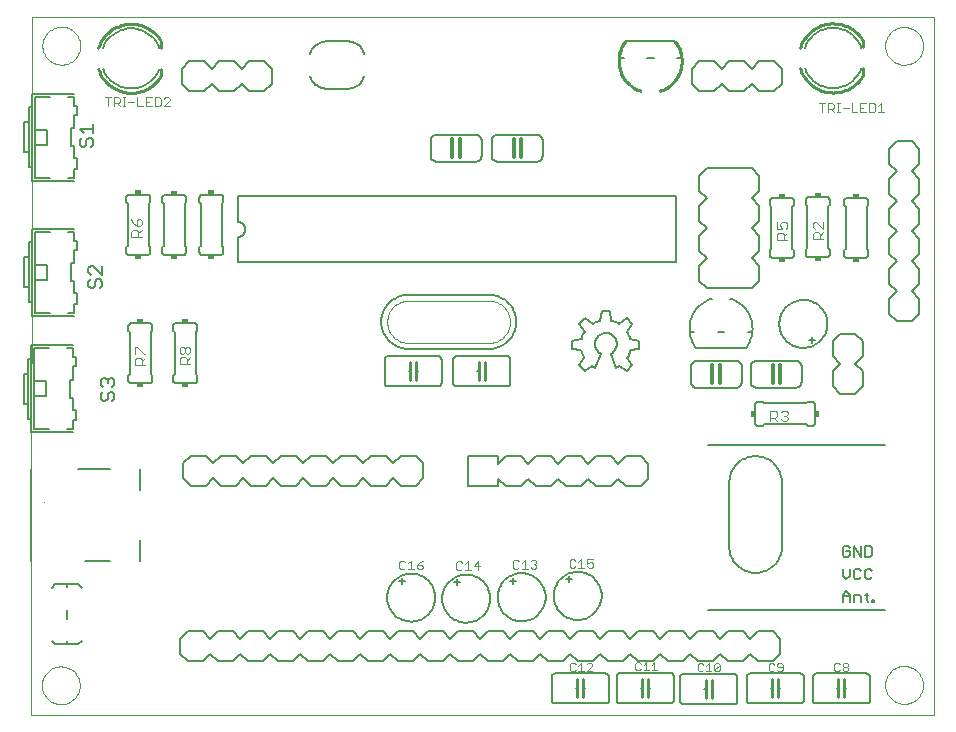
<source format=gto>
G75*
%MOIN*%
%OFA0B0*%
%FSLAX24Y24*%
%IPPOS*%
%LPD*%
%AMOC8*
5,1,8,0,0,1.08239X$1,22.5*
%
%ADD10C,0.0000*%
%ADD11C,0.0060*%
%ADD12R,0.0200X0.0150*%
%ADD13C,0.0120*%
%ADD14C,0.0080*%
%ADD15C,0.0050*%
%ADD16C,0.0020*%
%ADD17C,0.0100*%
%ADD18C,0.0040*%
%ADD19C,0.0030*%
%ADD20C,0.0008*%
%ADD21R,0.0150X0.0200*%
D10*
X001445Y001401D02*
X031517Y001402D01*
X031522Y024643D01*
X001457Y024645D01*
X001445Y001401D01*
X001796Y002375D02*
X001798Y002425D01*
X001804Y002475D01*
X001814Y002524D01*
X001828Y002572D01*
X001845Y002619D01*
X001866Y002664D01*
X001891Y002708D01*
X001919Y002749D01*
X001951Y002788D01*
X001985Y002825D01*
X002022Y002859D01*
X002062Y002889D01*
X002104Y002916D01*
X002148Y002940D01*
X002194Y002961D01*
X002241Y002977D01*
X002289Y002990D01*
X002339Y002999D01*
X002388Y003004D01*
X002439Y003005D01*
X002489Y003002D01*
X002538Y002995D01*
X002587Y002984D01*
X002635Y002969D01*
X002681Y002951D01*
X002726Y002929D01*
X002769Y002903D01*
X002810Y002874D01*
X002849Y002842D01*
X002885Y002807D01*
X002917Y002769D01*
X002947Y002729D01*
X002974Y002686D01*
X002997Y002642D01*
X003016Y002596D01*
X003032Y002548D01*
X003044Y002499D01*
X003052Y002450D01*
X003056Y002400D01*
X003056Y002350D01*
X003052Y002300D01*
X003044Y002251D01*
X003032Y002202D01*
X003016Y002154D01*
X002997Y002108D01*
X002974Y002064D01*
X002947Y002021D01*
X002917Y001981D01*
X002885Y001943D01*
X002849Y001908D01*
X002810Y001876D01*
X002769Y001847D01*
X002726Y001821D01*
X002681Y001799D01*
X002635Y001781D01*
X002587Y001766D01*
X002538Y001755D01*
X002489Y001748D01*
X002439Y001745D01*
X002388Y001746D01*
X002339Y001751D01*
X002289Y001760D01*
X002241Y001773D01*
X002194Y001789D01*
X002148Y001810D01*
X002104Y001834D01*
X002062Y001861D01*
X002022Y001891D01*
X001985Y001925D01*
X001951Y001962D01*
X001919Y002001D01*
X001891Y002042D01*
X001866Y002086D01*
X001845Y002131D01*
X001828Y002178D01*
X001814Y002226D01*
X001804Y002275D01*
X001798Y002325D01*
X001796Y002375D01*
X001813Y023694D02*
X001815Y023744D01*
X001821Y023794D01*
X001831Y023843D01*
X001845Y023891D01*
X001862Y023938D01*
X001883Y023983D01*
X001908Y024027D01*
X001936Y024068D01*
X001968Y024107D01*
X002002Y024144D01*
X002039Y024178D01*
X002079Y024208D01*
X002121Y024235D01*
X002165Y024259D01*
X002211Y024280D01*
X002258Y024296D01*
X002306Y024309D01*
X002356Y024318D01*
X002405Y024323D01*
X002456Y024324D01*
X002506Y024321D01*
X002555Y024314D01*
X002604Y024303D01*
X002652Y024288D01*
X002698Y024270D01*
X002743Y024248D01*
X002786Y024222D01*
X002827Y024193D01*
X002866Y024161D01*
X002902Y024126D01*
X002934Y024088D01*
X002964Y024048D01*
X002991Y024005D01*
X003014Y023961D01*
X003033Y023915D01*
X003049Y023867D01*
X003061Y023818D01*
X003069Y023769D01*
X003073Y023719D01*
X003073Y023669D01*
X003069Y023619D01*
X003061Y023570D01*
X003049Y023521D01*
X003033Y023473D01*
X003014Y023427D01*
X002991Y023383D01*
X002964Y023340D01*
X002934Y023300D01*
X002902Y023262D01*
X002866Y023227D01*
X002827Y023195D01*
X002786Y023166D01*
X002743Y023140D01*
X002698Y023118D01*
X002652Y023100D01*
X002604Y023085D01*
X002555Y023074D01*
X002506Y023067D01*
X002456Y023064D01*
X002405Y023065D01*
X002356Y023070D01*
X002306Y023079D01*
X002258Y023092D01*
X002211Y023108D01*
X002165Y023129D01*
X002121Y023153D01*
X002079Y023180D01*
X002039Y023210D01*
X002002Y023244D01*
X001968Y023281D01*
X001936Y023320D01*
X001908Y023361D01*
X001883Y023405D01*
X001862Y023450D01*
X001845Y023497D01*
X001831Y023545D01*
X001821Y023594D01*
X001815Y023644D01*
X001813Y023694D01*
X029905Y023690D02*
X029907Y023740D01*
X029913Y023790D01*
X029923Y023839D01*
X029937Y023887D01*
X029954Y023934D01*
X029975Y023979D01*
X030000Y024023D01*
X030028Y024064D01*
X030060Y024103D01*
X030094Y024140D01*
X030131Y024174D01*
X030171Y024204D01*
X030213Y024231D01*
X030257Y024255D01*
X030303Y024276D01*
X030350Y024292D01*
X030398Y024305D01*
X030448Y024314D01*
X030497Y024319D01*
X030548Y024320D01*
X030598Y024317D01*
X030647Y024310D01*
X030696Y024299D01*
X030744Y024284D01*
X030790Y024266D01*
X030835Y024244D01*
X030878Y024218D01*
X030919Y024189D01*
X030958Y024157D01*
X030994Y024122D01*
X031026Y024084D01*
X031056Y024044D01*
X031083Y024001D01*
X031106Y023957D01*
X031125Y023911D01*
X031141Y023863D01*
X031153Y023814D01*
X031161Y023765D01*
X031165Y023715D01*
X031165Y023665D01*
X031161Y023615D01*
X031153Y023566D01*
X031141Y023517D01*
X031125Y023469D01*
X031106Y023423D01*
X031083Y023379D01*
X031056Y023336D01*
X031026Y023296D01*
X030994Y023258D01*
X030958Y023223D01*
X030919Y023191D01*
X030878Y023162D01*
X030835Y023136D01*
X030790Y023114D01*
X030744Y023096D01*
X030696Y023081D01*
X030647Y023070D01*
X030598Y023063D01*
X030548Y023060D01*
X030497Y023061D01*
X030448Y023066D01*
X030398Y023075D01*
X030350Y023088D01*
X030303Y023104D01*
X030257Y023125D01*
X030213Y023149D01*
X030171Y023176D01*
X030131Y023206D01*
X030094Y023240D01*
X030060Y023277D01*
X030028Y023316D01*
X030000Y023357D01*
X029975Y023401D01*
X029954Y023446D01*
X029937Y023493D01*
X029923Y023541D01*
X029913Y023590D01*
X029907Y023640D01*
X029905Y023690D01*
X029902Y002389D02*
X029904Y002439D01*
X029910Y002489D01*
X029920Y002538D01*
X029934Y002586D01*
X029951Y002633D01*
X029972Y002678D01*
X029997Y002722D01*
X030025Y002763D01*
X030057Y002802D01*
X030091Y002839D01*
X030128Y002873D01*
X030168Y002903D01*
X030210Y002930D01*
X030254Y002954D01*
X030300Y002975D01*
X030347Y002991D01*
X030395Y003004D01*
X030445Y003013D01*
X030494Y003018D01*
X030545Y003019D01*
X030595Y003016D01*
X030644Y003009D01*
X030693Y002998D01*
X030741Y002983D01*
X030787Y002965D01*
X030832Y002943D01*
X030875Y002917D01*
X030916Y002888D01*
X030955Y002856D01*
X030991Y002821D01*
X031023Y002783D01*
X031053Y002743D01*
X031080Y002700D01*
X031103Y002656D01*
X031122Y002610D01*
X031138Y002562D01*
X031150Y002513D01*
X031158Y002464D01*
X031162Y002414D01*
X031162Y002364D01*
X031158Y002314D01*
X031150Y002265D01*
X031138Y002216D01*
X031122Y002168D01*
X031103Y002122D01*
X031080Y002078D01*
X031053Y002035D01*
X031023Y001995D01*
X030991Y001957D01*
X030955Y001922D01*
X030916Y001890D01*
X030875Y001861D01*
X030832Y001835D01*
X030787Y001813D01*
X030741Y001795D01*
X030693Y001780D01*
X030644Y001769D01*
X030595Y001762D01*
X030545Y001759D01*
X030494Y001760D01*
X030445Y001765D01*
X030395Y001774D01*
X030347Y001787D01*
X030300Y001803D01*
X030254Y001824D01*
X030210Y001848D01*
X030168Y001875D01*
X030128Y001905D01*
X030091Y001939D01*
X030057Y001976D01*
X030025Y002015D01*
X029997Y002056D01*
X029972Y002100D01*
X029951Y002145D01*
X029934Y002192D01*
X029920Y002240D01*
X029910Y002289D01*
X029904Y002339D01*
X029902Y002389D01*
D11*
X029395Y002670D02*
X029395Y001870D01*
X029393Y001853D01*
X029389Y001836D01*
X029382Y001820D01*
X029372Y001806D01*
X029359Y001793D01*
X029345Y001783D01*
X029329Y001776D01*
X029312Y001772D01*
X029295Y001770D01*
X027595Y001770D01*
X027578Y001772D01*
X027561Y001776D01*
X027545Y001783D01*
X027531Y001793D01*
X027518Y001806D01*
X027508Y001820D01*
X027501Y001836D01*
X027497Y001853D01*
X027495Y001870D01*
X027495Y002670D01*
X027497Y002687D01*
X027501Y002704D01*
X027508Y002720D01*
X027518Y002734D01*
X027531Y002747D01*
X027545Y002757D01*
X027561Y002764D01*
X027578Y002768D01*
X027595Y002770D01*
X029295Y002770D01*
X029312Y002768D01*
X029329Y002764D01*
X029345Y002757D01*
X029359Y002747D01*
X029372Y002734D01*
X029382Y002720D01*
X029389Y002704D01*
X029393Y002687D01*
X029395Y002670D01*
X028595Y002270D02*
X028545Y002270D01*
X028345Y002270D02*
X028295Y002270D01*
X027184Y001870D02*
X027184Y002670D01*
X027182Y002687D01*
X027178Y002704D01*
X027171Y002720D01*
X027161Y002734D01*
X027148Y002747D01*
X027134Y002757D01*
X027118Y002764D01*
X027101Y002768D01*
X027084Y002770D01*
X025384Y002770D01*
X025367Y002768D01*
X025350Y002764D01*
X025334Y002757D01*
X025320Y002747D01*
X025307Y002734D01*
X025297Y002720D01*
X025290Y002704D01*
X025286Y002687D01*
X025284Y002670D01*
X025284Y001870D01*
X025286Y001853D01*
X025290Y001836D01*
X025297Y001820D01*
X025307Y001806D01*
X025320Y001793D01*
X025334Y001783D01*
X025350Y001776D01*
X025367Y001772D01*
X025384Y001770D01*
X027084Y001770D01*
X027101Y001772D01*
X027118Y001776D01*
X027134Y001783D01*
X027148Y001793D01*
X027161Y001806D01*
X027171Y001820D01*
X027178Y001836D01*
X027182Y001853D01*
X027184Y001870D01*
X026384Y002270D02*
X026334Y002270D01*
X026134Y002270D02*
X026084Y002270D01*
X024975Y002655D02*
X024975Y001855D01*
X024973Y001838D01*
X024969Y001821D01*
X024962Y001805D01*
X024952Y001791D01*
X024939Y001778D01*
X024925Y001768D01*
X024909Y001761D01*
X024892Y001757D01*
X024875Y001755D01*
X023175Y001755D01*
X023158Y001757D01*
X023141Y001761D01*
X023125Y001768D01*
X023111Y001778D01*
X023098Y001791D01*
X023088Y001805D01*
X023081Y001821D01*
X023077Y001838D01*
X023075Y001855D01*
X023075Y002655D01*
X023077Y002672D01*
X023081Y002689D01*
X023088Y002705D01*
X023098Y002719D01*
X023111Y002732D01*
X023125Y002742D01*
X023141Y002749D01*
X023158Y002753D01*
X023175Y002755D01*
X024875Y002755D01*
X024892Y002753D01*
X024909Y002749D01*
X024925Y002742D01*
X024939Y002732D01*
X024952Y002719D01*
X024962Y002705D01*
X024969Y002689D01*
X024973Y002672D01*
X024975Y002655D01*
X024175Y002255D02*
X024125Y002255D01*
X023925Y002255D02*
X023875Y002255D01*
X022858Y001886D02*
X022858Y002686D01*
X022856Y002703D01*
X022852Y002720D01*
X022845Y002736D01*
X022835Y002750D01*
X022822Y002763D01*
X022808Y002773D01*
X022792Y002780D01*
X022775Y002784D01*
X022758Y002786D01*
X021058Y002786D01*
X021041Y002784D01*
X021024Y002780D01*
X021008Y002773D01*
X020994Y002763D01*
X020981Y002750D01*
X020971Y002736D01*
X020964Y002720D01*
X020960Y002703D01*
X020958Y002686D01*
X020958Y001886D01*
X020960Y001869D01*
X020964Y001852D01*
X020971Y001836D01*
X020981Y001822D01*
X020994Y001809D01*
X021008Y001799D01*
X021024Y001792D01*
X021041Y001788D01*
X021058Y001786D01*
X022758Y001786D01*
X022775Y001788D01*
X022792Y001792D01*
X022808Y001799D01*
X022822Y001809D01*
X022835Y001822D01*
X022845Y001836D01*
X022852Y001852D01*
X022856Y001869D01*
X022858Y001886D01*
X022058Y002286D02*
X022008Y002286D01*
X021808Y002286D02*
X021758Y002286D01*
X020688Y002670D02*
X020688Y001870D01*
X020686Y001853D01*
X020682Y001836D01*
X020675Y001820D01*
X020665Y001806D01*
X020652Y001793D01*
X020638Y001783D01*
X020622Y001776D01*
X020605Y001772D01*
X020588Y001770D01*
X018888Y001770D01*
X018871Y001772D01*
X018854Y001776D01*
X018838Y001783D01*
X018824Y001793D01*
X018811Y001806D01*
X018801Y001820D01*
X018794Y001836D01*
X018790Y001853D01*
X018788Y001870D01*
X018788Y002670D01*
X018790Y002687D01*
X018794Y002704D01*
X018801Y002720D01*
X018811Y002734D01*
X018824Y002747D01*
X018838Y002757D01*
X018854Y002764D01*
X018871Y002768D01*
X018888Y002770D01*
X020588Y002770D01*
X020605Y002768D01*
X020622Y002764D01*
X020638Y002757D01*
X020652Y002747D01*
X020665Y002734D01*
X020675Y002720D01*
X020682Y002704D01*
X020686Y002687D01*
X020688Y002670D01*
X019888Y002270D02*
X019838Y002270D01*
X019638Y002270D02*
X019588Y002270D01*
X018853Y005357D02*
X018855Y005413D01*
X018861Y005470D01*
X018871Y005525D01*
X018885Y005580D01*
X018902Y005634D01*
X018924Y005686D01*
X018949Y005736D01*
X018977Y005785D01*
X019009Y005832D01*
X019044Y005876D01*
X019082Y005918D01*
X019123Y005957D01*
X019167Y005992D01*
X019213Y006025D01*
X019261Y006054D01*
X019311Y006080D01*
X019363Y006103D01*
X019417Y006121D01*
X019471Y006136D01*
X019526Y006147D01*
X019582Y006154D01*
X019639Y006157D01*
X019695Y006156D01*
X019752Y006151D01*
X019807Y006142D01*
X019862Y006129D01*
X019916Y006112D01*
X019969Y006092D01*
X020020Y006068D01*
X020069Y006040D01*
X020116Y006009D01*
X020161Y005975D01*
X020204Y005937D01*
X020243Y005897D01*
X020280Y005854D01*
X020313Y005809D01*
X020343Y005761D01*
X020370Y005711D01*
X020393Y005660D01*
X020413Y005607D01*
X020429Y005553D01*
X020441Y005497D01*
X020449Y005442D01*
X020453Y005385D01*
X020453Y005329D01*
X020449Y005272D01*
X020441Y005217D01*
X020429Y005161D01*
X020413Y005107D01*
X020393Y005054D01*
X020370Y005003D01*
X020343Y004953D01*
X020313Y004905D01*
X020280Y004860D01*
X020243Y004817D01*
X020204Y004777D01*
X020161Y004739D01*
X020116Y004705D01*
X020069Y004674D01*
X020020Y004646D01*
X019969Y004622D01*
X019916Y004602D01*
X019862Y004585D01*
X019807Y004572D01*
X019752Y004563D01*
X019695Y004558D01*
X019639Y004557D01*
X019582Y004560D01*
X019526Y004567D01*
X019471Y004578D01*
X019417Y004593D01*
X019363Y004611D01*
X019311Y004634D01*
X019261Y004660D01*
X019213Y004689D01*
X019167Y004722D01*
X019123Y004757D01*
X019082Y004796D01*
X019044Y004838D01*
X019009Y004882D01*
X018977Y004929D01*
X018949Y004978D01*
X018924Y005028D01*
X018902Y005080D01*
X018885Y005134D01*
X018871Y005189D01*
X018861Y005244D01*
X018855Y005301D01*
X018853Y005357D01*
X019353Y005807D02*
X019353Y006007D01*
X019253Y005907D02*
X019453Y005907D01*
X016986Y005313D02*
X016988Y005369D01*
X016994Y005426D01*
X017004Y005481D01*
X017018Y005536D01*
X017035Y005590D01*
X017057Y005642D01*
X017082Y005692D01*
X017110Y005741D01*
X017142Y005788D01*
X017177Y005832D01*
X017215Y005874D01*
X017256Y005913D01*
X017300Y005948D01*
X017346Y005981D01*
X017394Y006010D01*
X017444Y006036D01*
X017496Y006059D01*
X017550Y006077D01*
X017604Y006092D01*
X017659Y006103D01*
X017715Y006110D01*
X017772Y006113D01*
X017828Y006112D01*
X017885Y006107D01*
X017940Y006098D01*
X017995Y006085D01*
X018049Y006068D01*
X018102Y006048D01*
X018153Y006024D01*
X018202Y005996D01*
X018249Y005965D01*
X018294Y005931D01*
X018337Y005893D01*
X018376Y005853D01*
X018413Y005810D01*
X018446Y005765D01*
X018476Y005717D01*
X018503Y005667D01*
X018526Y005616D01*
X018546Y005563D01*
X018562Y005509D01*
X018574Y005453D01*
X018582Y005398D01*
X018586Y005341D01*
X018586Y005285D01*
X018582Y005228D01*
X018574Y005173D01*
X018562Y005117D01*
X018546Y005063D01*
X018526Y005010D01*
X018503Y004959D01*
X018476Y004909D01*
X018446Y004861D01*
X018413Y004816D01*
X018376Y004773D01*
X018337Y004733D01*
X018294Y004695D01*
X018249Y004661D01*
X018202Y004630D01*
X018153Y004602D01*
X018102Y004578D01*
X018049Y004558D01*
X017995Y004541D01*
X017940Y004528D01*
X017885Y004519D01*
X017828Y004514D01*
X017772Y004513D01*
X017715Y004516D01*
X017659Y004523D01*
X017604Y004534D01*
X017550Y004549D01*
X017496Y004567D01*
X017444Y004590D01*
X017394Y004616D01*
X017346Y004645D01*
X017300Y004678D01*
X017256Y004713D01*
X017215Y004752D01*
X017177Y004794D01*
X017142Y004838D01*
X017110Y004885D01*
X017082Y004934D01*
X017057Y004984D01*
X017035Y005036D01*
X017018Y005090D01*
X017004Y005145D01*
X016994Y005200D01*
X016988Y005257D01*
X016986Y005313D01*
X017486Y005763D02*
X017486Y005963D01*
X017386Y005863D02*
X017586Y005863D01*
X015139Y005266D02*
X015141Y005322D01*
X015147Y005379D01*
X015157Y005434D01*
X015171Y005489D01*
X015188Y005543D01*
X015210Y005595D01*
X015235Y005645D01*
X015263Y005694D01*
X015295Y005741D01*
X015330Y005785D01*
X015368Y005827D01*
X015409Y005866D01*
X015453Y005901D01*
X015499Y005934D01*
X015547Y005963D01*
X015597Y005989D01*
X015649Y006012D01*
X015703Y006030D01*
X015757Y006045D01*
X015812Y006056D01*
X015868Y006063D01*
X015925Y006066D01*
X015981Y006065D01*
X016038Y006060D01*
X016093Y006051D01*
X016148Y006038D01*
X016202Y006021D01*
X016255Y006001D01*
X016306Y005977D01*
X016355Y005949D01*
X016402Y005918D01*
X016447Y005884D01*
X016490Y005846D01*
X016529Y005806D01*
X016566Y005763D01*
X016599Y005718D01*
X016629Y005670D01*
X016656Y005620D01*
X016679Y005569D01*
X016699Y005516D01*
X016715Y005462D01*
X016727Y005406D01*
X016735Y005351D01*
X016739Y005294D01*
X016739Y005238D01*
X016735Y005181D01*
X016727Y005126D01*
X016715Y005070D01*
X016699Y005016D01*
X016679Y004963D01*
X016656Y004912D01*
X016629Y004862D01*
X016599Y004814D01*
X016566Y004769D01*
X016529Y004726D01*
X016490Y004686D01*
X016447Y004648D01*
X016402Y004614D01*
X016355Y004583D01*
X016306Y004555D01*
X016255Y004531D01*
X016202Y004511D01*
X016148Y004494D01*
X016093Y004481D01*
X016038Y004472D01*
X015981Y004467D01*
X015925Y004466D01*
X015868Y004469D01*
X015812Y004476D01*
X015757Y004487D01*
X015703Y004502D01*
X015649Y004520D01*
X015597Y004543D01*
X015547Y004569D01*
X015499Y004598D01*
X015453Y004631D01*
X015409Y004666D01*
X015368Y004705D01*
X015330Y004747D01*
X015295Y004791D01*
X015263Y004838D01*
X015235Y004887D01*
X015210Y004937D01*
X015188Y004989D01*
X015171Y005043D01*
X015157Y005098D01*
X015147Y005153D01*
X015141Y005210D01*
X015139Y005266D01*
X015639Y005716D02*
X015639Y005916D01*
X015539Y005816D02*
X015739Y005816D01*
X013301Y005301D02*
X013303Y005357D01*
X013309Y005414D01*
X013319Y005469D01*
X013333Y005524D01*
X013350Y005578D01*
X013372Y005630D01*
X013397Y005680D01*
X013425Y005729D01*
X013457Y005776D01*
X013492Y005820D01*
X013530Y005862D01*
X013571Y005901D01*
X013615Y005936D01*
X013661Y005969D01*
X013709Y005998D01*
X013759Y006024D01*
X013811Y006047D01*
X013865Y006065D01*
X013919Y006080D01*
X013974Y006091D01*
X014030Y006098D01*
X014087Y006101D01*
X014143Y006100D01*
X014200Y006095D01*
X014255Y006086D01*
X014310Y006073D01*
X014364Y006056D01*
X014417Y006036D01*
X014468Y006012D01*
X014517Y005984D01*
X014564Y005953D01*
X014609Y005919D01*
X014652Y005881D01*
X014691Y005841D01*
X014728Y005798D01*
X014761Y005753D01*
X014791Y005705D01*
X014818Y005655D01*
X014841Y005604D01*
X014861Y005551D01*
X014877Y005497D01*
X014889Y005441D01*
X014897Y005386D01*
X014901Y005329D01*
X014901Y005273D01*
X014897Y005216D01*
X014889Y005161D01*
X014877Y005105D01*
X014861Y005051D01*
X014841Y004998D01*
X014818Y004947D01*
X014791Y004897D01*
X014761Y004849D01*
X014728Y004804D01*
X014691Y004761D01*
X014652Y004721D01*
X014609Y004683D01*
X014564Y004649D01*
X014517Y004618D01*
X014468Y004590D01*
X014417Y004566D01*
X014364Y004546D01*
X014310Y004529D01*
X014255Y004516D01*
X014200Y004507D01*
X014143Y004502D01*
X014087Y004501D01*
X014030Y004504D01*
X013974Y004511D01*
X013919Y004522D01*
X013865Y004537D01*
X013811Y004555D01*
X013759Y004578D01*
X013709Y004604D01*
X013661Y004633D01*
X013615Y004666D01*
X013571Y004701D01*
X013530Y004740D01*
X013492Y004782D01*
X013457Y004826D01*
X013425Y004873D01*
X013397Y004922D01*
X013372Y004972D01*
X013350Y005024D01*
X013333Y005078D01*
X013319Y005133D01*
X013309Y005188D01*
X013303Y005245D01*
X013301Y005301D01*
X013801Y005751D02*
X013801Y005951D01*
X013701Y005851D02*
X013901Y005851D01*
X016015Y009015D02*
X016265Y009015D01*
X017015Y009015D01*
X017015Y009265D01*
X017265Y009015D01*
X017765Y009015D01*
X018015Y009265D01*
X018265Y009015D01*
X018765Y009015D01*
X019015Y009265D01*
X019265Y009015D01*
X019765Y009015D01*
X020015Y009265D01*
X020265Y009015D01*
X020765Y009015D01*
X021015Y009265D01*
X021265Y009015D01*
X021765Y009015D01*
X022015Y009265D01*
X022015Y009765D01*
X021765Y010015D01*
X021265Y010015D01*
X021015Y009765D01*
X020765Y010015D01*
X020265Y010015D01*
X020015Y009765D01*
X019765Y010015D01*
X019265Y010015D01*
X019015Y009765D01*
X018765Y010015D01*
X018265Y010015D01*
X018015Y009765D01*
X017765Y010015D01*
X017265Y010015D01*
X017015Y009765D01*
X017015Y010015D01*
X016265Y010015D01*
X016015Y010015D01*
X016015Y009015D01*
X015613Y012350D02*
X017313Y012350D01*
X017330Y012352D01*
X017347Y012356D01*
X017363Y012363D01*
X017377Y012373D01*
X017390Y012386D01*
X017400Y012400D01*
X017407Y012416D01*
X017411Y012433D01*
X017413Y012450D01*
X017413Y013250D01*
X017411Y013267D01*
X017407Y013284D01*
X017400Y013300D01*
X017390Y013314D01*
X017377Y013327D01*
X017363Y013337D01*
X017347Y013344D01*
X017330Y013348D01*
X017313Y013350D01*
X015613Y013350D01*
X015596Y013348D01*
X015579Y013344D01*
X015563Y013337D01*
X015549Y013327D01*
X015536Y013314D01*
X015526Y013300D01*
X015519Y013284D01*
X015515Y013267D01*
X015513Y013250D01*
X015513Y012450D01*
X015515Y012433D01*
X015519Y012416D01*
X015526Y012400D01*
X015536Y012386D01*
X015549Y012373D01*
X015563Y012363D01*
X015579Y012356D01*
X015596Y012352D01*
X015613Y012350D01*
X015116Y012449D02*
X015116Y013249D01*
X015114Y013266D01*
X015110Y013283D01*
X015103Y013299D01*
X015093Y013313D01*
X015080Y013326D01*
X015066Y013336D01*
X015050Y013343D01*
X015033Y013347D01*
X015016Y013349D01*
X013316Y013349D01*
X013299Y013347D01*
X013282Y013343D01*
X013266Y013336D01*
X013252Y013326D01*
X013239Y013313D01*
X013229Y013299D01*
X013222Y013283D01*
X013218Y013266D01*
X013216Y013249D01*
X013216Y012449D01*
X013218Y012432D01*
X013222Y012415D01*
X013229Y012399D01*
X013239Y012385D01*
X013252Y012372D01*
X013266Y012362D01*
X013282Y012355D01*
X013299Y012351D01*
X013316Y012349D01*
X015016Y012349D01*
X015033Y012351D01*
X015050Y012355D01*
X015066Y012362D01*
X015080Y012372D01*
X015093Y012385D01*
X015103Y012399D01*
X015110Y012415D01*
X015114Y012432D01*
X015116Y012449D01*
X014316Y012849D02*
X014266Y012849D01*
X014066Y012849D02*
X014016Y012849D01*
X014004Y013590D02*
X016704Y013590D01*
X016613Y012850D02*
X016563Y012850D01*
X016363Y012850D02*
X016313Y012850D01*
X016704Y013590D02*
X016763Y013592D01*
X016821Y013598D01*
X016880Y013607D01*
X016937Y013621D01*
X016993Y013638D01*
X017048Y013659D01*
X017102Y013683D01*
X017154Y013711D01*
X017204Y013742D01*
X017252Y013776D01*
X017297Y013813D01*
X017340Y013854D01*
X017381Y013897D01*
X017418Y013942D01*
X017452Y013990D01*
X017483Y014040D01*
X017511Y014092D01*
X017535Y014146D01*
X017556Y014201D01*
X017573Y014257D01*
X017587Y014314D01*
X017596Y014373D01*
X017602Y014431D01*
X017604Y014490D01*
X017602Y014549D01*
X017596Y014607D01*
X017587Y014666D01*
X017573Y014723D01*
X017556Y014779D01*
X017535Y014834D01*
X017511Y014888D01*
X017483Y014940D01*
X017452Y014990D01*
X017418Y015038D01*
X017381Y015083D01*
X017340Y015126D01*
X017297Y015167D01*
X017252Y015204D01*
X017204Y015238D01*
X017154Y015269D01*
X017102Y015297D01*
X017048Y015321D01*
X016993Y015342D01*
X016937Y015359D01*
X016880Y015373D01*
X016821Y015382D01*
X016763Y015388D01*
X016704Y015390D01*
X014004Y015390D01*
X013945Y015388D01*
X013887Y015382D01*
X013828Y015373D01*
X013771Y015359D01*
X013715Y015342D01*
X013660Y015321D01*
X013606Y015297D01*
X013554Y015269D01*
X013504Y015238D01*
X013456Y015204D01*
X013411Y015167D01*
X013368Y015126D01*
X013327Y015083D01*
X013290Y015038D01*
X013256Y014990D01*
X013225Y014940D01*
X013197Y014888D01*
X013173Y014834D01*
X013152Y014779D01*
X013135Y014723D01*
X013121Y014666D01*
X013112Y014607D01*
X013106Y014549D01*
X013104Y014490D01*
X013106Y014431D01*
X013112Y014373D01*
X013121Y014314D01*
X013135Y014257D01*
X013152Y014201D01*
X013173Y014146D01*
X013197Y014092D01*
X013225Y014040D01*
X013256Y013990D01*
X013290Y013942D01*
X013327Y013897D01*
X013368Y013854D01*
X013411Y013813D01*
X013456Y013776D01*
X013504Y013742D01*
X013554Y013711D01*
X013606Y013683D01*
X013660Y013659D01*
X013715Y013638D01*
X013771Y013621D01*
X013828Y013607D01*
X013887Y013598D01*
X013945Y013592D01*
X014004Y013590D01*
X008324Y016474D02*
X022924Y016474D01*
X022924Y018674D01*
X008324Y018674D01*
X008324Y017824D01*
X008354Y017822D01*
X008384Y017817D01*
X008413Y017808D01*
X008440Y017795D01*
X008466Y017780D01*
X008490Y017761D01*
X008511Y017740D01*
X008530Y017716D01*
X008545Y017690D01*
X008558Y017663D01*
X008567Y017634D01*
X008572Y017604D01*
X008574Y017574D01*
X008572Y017544D01*
X008567Y017514D01*
X008558Y017485D01*
X008545Y017458D01*
X008530Y017432D01*
X008511Y017408D01*
X008490Y017387D01*
X008466Y017368D01*
X008440Y017353D01*
X008413Y017340D01*
X008384Y017331D01*
X008354Y017326D01*
X008324Y017324D01*
X008324Y016474D01*
X007844Y016829D02*
X007844Y016979D01*
X007794Y017029D01*
X007794Y018429D01*
X007844Y018479D01*
X007844Y018629D01*
X007842Y018646D01*
X007838Y018663D01*
X007831Y018679D01*
X007821Y018693D01*
X007808Y018706D01*
X007794Y018716D01*
X007778Y018723D01*
X007761Y018727D01*
X007744Y018729D01*
X007144Y018729D01*
X007127Y018727D01*
X007110Y018723D01*
X007094Y018716D01*
X007080Y018706D01*
X007067Y018693D01*
X007057Y018679D01*
X007050Y018663D01*
X007046Y018646D01*
X007044Y018629D01*
X007044Y018479D01*
X007094Y018429D01*
X007094Y017029D01*
X007044Y016979D01*
X007044Y016829D01*
X007046Y016812D01*
X007050Y016795D01*
X007057Y016779D01*
X007067Y016765D01*
X007080Y016752D01*
X007094Y016742D01*
X007110Y016735D01*
X007127Y016731D01*
X007144Y016729D01*
X007744Y016729D01*
X007761Y016731D01*
X007778Y016735D01*
X007794Y016742D01*
X007808Y016752D01*
X007821Y016765D01*
X007831Y016779D01*
X007838Y016795D01*
X007842Y016812D01*
X007844Y016829D01*
X006602Y016822D02*
X006602Y016972D01*
X006552Y017022D01*
X006552Y018422D01*
X006602Y018472D01*
X006602Y018622D01*
X006600Y018639D01*
X006596Y018656D01*
X006589Y018672D01*
X006579Y018686D01*
X006566Y018699D01*
X006552Y018709D01*
X006536Y018716D01*
X006519Y018720D01*
X006502Y018722D01*
X005902Y018722D01*
X005885Y018720D01*
X005868Y018716D01*
X005852Y018709D01*
X005838Y018699D01*
X005825Y018686D01*
X005815Y018672D01*
X005808Y018656D01*
X005804Y018639D01*
X005802Y018622D01*
X005802Y018472D01*
X005852Y018422D01*
X005852Y017022D01*
X005802Y016972D01*
X005802Y016822D01*
X005804Y016805D01*
X005808Y016788D01*
X005815Y016772D01*
X005825Y016758D01*
X005838Y016745D01*
X005852Y016735D01*
X005868Y016728D01*
X005885Y016724D01*
X005902Y016722D01*
X006502Y016722D01*
X006519Y016724D01*
X006536Y016728D01*
X006552Y016735D01*
X006566Y016745D01*
X006579Y016758D01*
X006589Y016772D01*
X006596Y016788D01*
X006600Y016805D01*
X006602Y016822D01*
X005409Y016829D02*
X005409Y016979D01*
X005359Y017029D01*
X005359Y018429D01*
X005409Y018479D01*
X005409Y018629D01*
X005407Y018646D01*
X005403Y018663D01*
X005396Y018679D01*
X005386Y018693D01*
X005373Y018706D01*
X005359Y018716D01*
X005343Y018723D01*
X005326Y018727D01*
X005309Y018729D01*
X004709Y018729D01*
X004692Y018727D01*
X004675Y018723D01*
X004659Y018716D01*
X004645Y018706D01*
X004632Y018693D01*
X004622Y018679D01*
X004615Y018663D01*
X004611Y018646D01*
X004609Y018629D01*
X004609Y018479D01*
X004659Y018429D01*
X004659Y017029D01*
X004609Y016979D01*
X004609Y016829D01*
X004611Y016812D01*
X004615Y016795D01*
X004622Y016779D01*
X004632Y016765D01*
X004645Y016752D01*
X004659Y016742D01*
X004675Y016735D01*
X004692Y016731D01*
X004709Y016729D01*
X005309Y016729D01*
X005326Y016731D01*
X005343Y016735D01*
X005359Y016742D01*
X005373Y016752D01*
X005386Y016765D01*
X005396Y016779D01*
X005403Y016795D01*
X005407Y016812D01*
X005409Y016829D01*
X002954Y016894D02*
X002854Y016894D01*
X002854Y016444D01*
X002754Y016444D01*
X002754Y015844D01*
X002854Y015844D01*
X002854Y015444D01*
X002954Y015444D01*
X002954Y015094D01*
X002854Y015094D01*
X002854Y014794D01*
X002654Y014794D01*
X002854Y014694D02*
X001454Y014694D01*
X001454Y015144D01*
X001454Y017594D01*
X002854Y017594D01*
X002854Y017494D02*
X002654Y017494D01*
X002854Y017494D02*
X002854Y017194D01*
X002954Y017194D01*
X002954Y016894D01*
X002054Y017494D02*
X001554Y017494D01*
X001554Y016394D01*
X001554Y015894D01*
X001554Y014794D01*
X002054Y014794D01*
X001454Y015144D02*
X001354Y015144D01*
X001354Y015644D01*
X001204Y015644D01*
X001204Y016644D01*
X001354Y016644D01*
X001354Y015644D01*
X001554Y015894D02*
X001954Y015894D01*
X001954Y016394D01*
X001554Y016394D01*
X001354Y016644D02*
X001354Y017144D01*
X001454Y017144D01*
X001454Y019194D02*
X001454Y019644D01*
X001454Y022094D01*
X002854Y022094D01*
X002854Y021994D02*
X002654Y021994D01*
X002854Y021994D02*
X002854Y021694D01*
X002954Y021694D01*
X002954Y021394D01*
X002854Y021394D01*
X002854Y020944D01*
X002754Y020944D01*
X002754Y020344D01*
X002854Y020344D01*
X002854Y019944D01*
X002954Y019944D01*
X002954Y019594D01*
X002854Y019594D01*
X002854Y019294D01*
X002654Y019294D01*
X002854Y019194D02*
X001454Y019194D01*
X001554Y019294D02*
X002054Y019294D01*
X001554Y019294D02*
X001554Y020394D01*
X001954Y020394D01*
X001954Y020894D01*
X001554Y020894D01*
X001554Y020394D01*
X001354Y020144D02*
X001204Y020144D01*
X001204Y021144D01*
X001354Y021144D01*
X001354Y020144D01*
X001354Y019644D01*
X001454Y019644D01*
X001554Y020894D02*
X001554Y021994D01*
X002054Y021994D01*
X001454Y021644D02*
X001354Y021644D01*
X001354Y021144D01*
X003829Y023615D02*
X003852Y023673D01*
X003879Y023730D01*
X003909Y023785D01*
X003943Y023838D01*
X003980Y023889D01*
X004020Y023937D01*
X004063Y023983D01*
X004108Y024026D01*
X004157Y024066D01*
X004208Y024102D01*
X004261Y024136D01*
X004316Y024166D01*
X004372Y024193D01*
X004431Y024216D01*
X004490Y024235D01*
X004551Y024251D01*
X004613Y024263D01*
X004675Y024271D01*
X004738Y024275D01*
X004800Y024275D01*
X004863Y024271D01*
X004925Y024263D01*
X004987Y024251D01*
X005048Y024235D01*
X005107Y024216D01*
X005166Y024193D01*
X005222Y024166D01*
X005277Y024136D01*
X005330Y024102D01*
X005381Y024066D01*
X005430Y024026D01*
X005475Y023983D01*
X005518Y023937D01*
X005558Y023889D01*
X005595Y023838D01*
X005629Y023785D01*
X005659Y023730D01*
X005686Y023673D01*
X005709Y023615D01*
X005709Y022935D02*
X005686Y022877D01*
X005659Y022820D01*
X005629Y022765D01*
X005595Y022712D01*
X005558Y022661D01*
X005518Y022613D01*
X005475Y022567D01*
X005430Y022524D01*
X005381Y022484D01*
X005330Y022448D01*
X005277Y022414D01*
X005222Y022384D01*
X005166Y022357D01*
X005107Y022334D01*
X005048Y022315D01*
X004987Y022299D01*
X004925Y022287D01*
X004863Y022279D01*
X004800Y022275D01*
X004738Y022275D01*
X004675Y022279D01*
X004613Y022287D01*
X004551Y022299D01*
X004490Y022315D01*
X004431Y022334D01*
X004372Y022357D01*
X004316Y022384D01*
X004261Y022414D01*
X004208Y022448D01*
X004157Y022484D01*
X004108Y022524D01*
X004063Y022567D01*
X004020Y022613D01*
X003980Y022661D01*
X003943Y022712D01*
X003909Y022765D01*
X003879Y022820D01*
X003852Y022877D01*
X003829Y022935D01*
X004773Y014447D02*
X005373Y014447D01*
X005390Y014445D01*
X005407Y014441D01*
X005423Y014434D01*
X005437Y014424D01*
X005450Y014411D01*
X005460Y014397D01*
X005467Y014381D01*
X005471Y014364D01*
X005473Y014347D01*
X005473Y014197D01*
X005423Y014147D01*
X005423Y012747D01*
X005473Y012697D01*
X005473Y012547D01*
X005471Y012530D01*
X005467Y012513D01*
X005460Y012497D01*
X005450Y012483D01*
X005437Y012470D01*
X005423Y012460D01*
X005407Y012453D01*
X005390Y012449D01*
X005373Y012447D01*
X004773Y012447D01*
X004756Y012449D01*
X004739Y012453D01*
X004723Y012460D01*
X004709Y012470D01*
X004696Y012483D01*
X004686Y012497D01*
X004679Y012513D01*
X004675Y012530D01*
X004673Y012547D01*
X004673Y012697D01*
X004723Y012747D01*
X004723Y014147D01*
X004673Y014197D01*
X004673Y014347D01*
X004675Y014364D01*
X004679Y014381D01*
X004686Y014397D01*
X004696Y014411D01*
X004709Y014424D01*
X004723Y014434D01*
X004739Y014441D01*
X004756Y014445D01*
X004773Y014447D01*
X006168Y014352D02*
X006168Y014202D01*
X006218Y014152D01*
X006218Y012752D01*
X006168Y012702D01*
X006168Y012552D01*
X006170Y012535D01*
X006174Y012518D01*
X006181Y012502D01*
X006191Y012488D01*
X006204Y012475D01*
X006218Y012465D01*
X006234Y012458D01*
X006251Y012454D01*
X006268Y012452D01*
X006868Y012452D01*
X006885Y012454D01*
X006902Y012458D01*
X006918Y012465D01*
X006932Y012475D01*
X006945Y012488D01*
X006955Y012502D01*
X006962Y012518D01*
X006966Y012535D01*
X006968Y012552D01*
X006968Y012702D01*
X006918Y012752D01*
X006918Y014152D01*
X006968Y014202D01*
X006968Y014352D01*
X006966Y014369D01*
X006962Y014386D01*
X006955Y014402D01*
X006945Y014416D01*
X006932Y014429D01*
X006918Y014439D01*
X006902Y014446D01*
X006885Y014450D01*
X006868Y014452D01*
X006268Y014452D01*
X006251Y014450D01*
X006234Y014446D01*
X006218Y014439D01*
X006204Y014429D01*
X006191Y014416D01*
X006181Y014402D01*
X006174Y014386D01*
X006170Y014369D01*
X006168Y014352D01*
X002838Y013704D02*
X001438Y013704D01*
X001438Y011254D01*
X001338Y011254D01*
X001338Y011754D01*
X001188Y011754D01*
X001188Y012754D01*
X001338Y012754D01*
X001338Y011754D01*
X001538Y012004D02*
X001538Y010904D01*
X002038Y010904D01*
X002638Y010904D02*
X002838Y010904D01*
X002838Y011204D01*
X002938Y011204D01*
X002938Y011554D01*
X002838Y011554D01*
X002838Y011954D01*
X002738Y011954D01*
X002738Y012554D01*
X002838Y012554D01*
X002838Y013004D01*
X002938Y013004D01*
X002938Y013304D01*
X002838Y013304D01*
X002838Y013604D01*
X002638Y013604D01*
X002038Y013604D02*
X001538Y013604D01*
X001538Y012504D01*
X001538Y012004D01*
X001938Y012004D01*
X001938Y012504D01*
X001538Y012504D01*
X001338Y012754D02*
X001338Y013254D01*
X001438Y013254D01*
X001438Y011254D02*
X001438Y010804D01*
X002838Y010804D01*
X014754Y020034D02*
X014754Y020534D01*
X014756Y020560D01*
X014761Y020586D01*
X014769Y020611D01*
X014781Y020634D01*
X014795Y020656D01*
X014813Y020675D01*
X014832Y020693D01*
X014854Y020707D01*
X014877Y020719D01*
X014902Y020727D01*
X014928Y020732D01*
X014954Y020734D01*
X016254Y020734D01*
X016280Y020732D01*
X016306Y020727D01*
X016331Y020719D01*
X016354Y020707D01*
X016376Y020693D01*
X016395Y020675D01*
X016413Y020656D01*
X016427Y020634D01*
X016439Y020611D01*
X016447Y020586D01*
X016452Y020560D01*
X016454Y020534D01*
X016454Y020034D01*
X016452Y020008D01*
X016447Y019982D01*
X016439Y019957D01*
X016427Y019934D01*
X016413Y019912D01*
X016395Y019893D01*
X016376Y019875D01*
X016354Y019861D01*
X016331Y019849D01*
X016306Y019841D01*
X016280Y019836D01*
X016254Y019834D01*
X014954Y019834D01*
X014928Y019836D01*
X014902Y019841D01*
X014877Y019849D01*
X014854Y019861D01*
X014832Y019875D01*
X014813Y019893D01*
X014795Y019912D01*
X014781Y019934D01*
X014769Y019957D01*
X014761Y019982D01*
X014756Y020008D01*
X014754Y020034D01*
X016786Y020034D02*
X016786Y020534D01*
X016788Y020560D01*
X016793Y020586D01*
X016801Y020611D01*
X016813Y020634D01*
X016827Y020656D01*
X016845Y020675D01*
X016864Y020693D01*
X016886Y020707D01*
X016909Y020719D01*
X016934Y020727D01*
X016960Y020732D01*
X016986Y020734D01*
X018286Y020734D01*
X018312Y020732D01*
X018338Y020727D01*
X018363Y020719D01*
X018386Y020707D01*
X018408Y020693D01*
X018427Y020675D01*
X018445Y020656D01*
X018459Y020634D01*
X018471Y020611D01*
X018479Y020586D01*
X018484Y020560D01*
X018486Y020534D01*
X018486Y020034D01*
X018484Y020008D01*
X018479Y019982D01*
X018471Y019957D01*
X018459Y019934D01*
X018445Y019912D01*
X018427Y019893D01*
X018408Y019875D01*
X018386Y019861D01*
X018363Y019849D01*
X018338Y019841D01*
X018312Y019836D01*
X018286Y019834D01*
X016986Y019834D01*
X016960Y019836D01*
X016934Y019841D01*
X016909Y019849D01*
X016886Y019861D01*
X016864Y019875D01*
X016845Y019893D01*
X016827Y019912D01*
X016813Y019934D01*
X016801Y019957D01*
X016793Y019982D01*
X016788Y020008D01*
X016786Y020034D01*
X023708Y019357D02*
X023708Y018857D01*
X023958Y018607D01*
X023708Y018357D01*
X023708Y017857D01*
X023958Y017607D01*
X023708Y017357D01*
X023708Y016857D01*
X023958Y016607D01*
X023708Y016357D01*
X023708Y015857D01*
X023958Y015607D01*
X025458Y015607D01*
X025708Y015857D01*
X025708Y016357D01*
X025458Y016607D01*
X025708Y016857D01*
X025708Y017357D01*
X025458Y017607D01*
X025708Y017857D01*
X025708Y018357D01*
X025458Y018607D01*
X025708Y018857D01*
X025708Y019357D01*
X025458Y019607D01*
X023958Y019607D01*
X023708Y019357D01*
X026057Y018524D02*
X026057Y018374D01*
X026107Y018324D01*
X026107Y016924D01*
X026057Y016874D01*
X026057Y016724D01*
X026059Y016707D01*
X026063Y016690D01*
X026070Y016674D01*
X026080Y016660D01*
X026093Y016647D01*
X026107Y016637D01*
X026123Y016630D01*
X026140Y016626D01*
X026157Y016624D01*
X026757Y016624D01*
X026774Y016626D01*
X026791Y016630D01*
X026807Y016637D01*
X026821Y016647D01*
X026834Y016660D01*
X026844Y016674D01*
X026851Y016690D01*
X026855Y016707D01*
X026857Y016724D01*
X026857Y016874D01*
X026807Y016924D01*
X026807Y018324D01*
X026857Y018374D01*
X026857Y018524D01*
X026855Y018541D01*
X026851Y018558D01*
X026844Y018574D01*
X026834Y018588D01*
X026821Y018601D01*
X026807Y018611D01*
X026791Y018618D01*
X026774Y018622D01*
X026757Y018624D01*
X026157Y018624D01*
X026140Y018622D01*
X026123Y018618D01*
X026107Y018611D01*
X026093Y018601D01*
X026080Y018588D01*
X026070Y018574D01*
X026063Y018558D01*
X026059Y018541D01*
X026057Y018524D01*
X027253Y018551D02*
X027253Y018401D01*
X027303Y018351D01*
X027303Y016951D01*
X027253Y016901D01*
X027253Y016751D01*
X027255Y016734D01*
X027259Y016717D01*
X027266Y016701D01*
X027276Y016687D01*
X027289Y016674D01*
X027303Y016664D01*
X027319Y016657D01*
X027336Y016653D01*
X027353Y016651D01*
X027953Y016651D01*
X027970Y016653D01*
X027987Y016657D01*
X028003Y016664D01*
X028017Y016674D01*
X028030Y016687D01*
X028040Y016701D01*
X028047Y016717D01*
X028051Y016734D01*
X028053Y016751D01*
X028053Y016901D01*
X028003Y016951D01*
X028003Y018351D01*
X028053Y018401D01*
X028053Y018551D01*
X028051Y018568D01*
X028047Y018585D01*
X028040Y018601D01*
X028030Y018615D01*
X028017Y018628D01*
X028003Y018638D01*
X027987Y018645D01*
X027970Y018649D01*
X027953Y018651D01*
X027353Y018651D01*
X027336Y018649D01*
X027319Y018645D01*
X027303Y018638D01*
X027289Y018628D01*
X027276Y018615D01*
X027266Y018601D01*
X027259Y018585D01*
X027255Y018568D01*
X027253Y018551D01*
X028537Y018524D02*
X028537Y018374D01*
X028587Y018324D01*
X028587Y016924D01*
X028537Y016874D01*
X028537Y016724D01*
X028539Y016707D01*
X028543Y016690D01*
X028550Y016674D01*
X028560Y016660D01*
X028573Y016647D01*
X028587Y016637D01*
X028603Y016630D01*
X028620Y016626D01*
X028637Y016624D01*
X029237Y016624D01*
X029254Y016626D01*
X029271Y016630D01*
X029287Y016637D01*
X029301Y016647D01*
X029314Y016660D01*
X029324Y016674D01*
X029331Y016690D01*
X029335Y016707D01*
X029337Y016724D01*
X029337Y016874D01*
X029287Y016924D01*
X029287Y018324D01*
X029337Y018374D01*
X029337Y018524D01*
X029335Y018541D01*
X029331Y018558D01*
X029324Y018574D01*
X029314Y018588D01*
X029301Y018601D01*
X029287Y018611D01*
X029271Y018618D01*
X029254Y018622D01*
X029237Y018624D01*
X028637Y018624D01*
X028620Y018622D01*
X028603Y018618D01*
X028587Y018611D01*
X028573Y018601D01*
X028560Y018588D01*
X028550Y018574D01*
X028543Y018558D01*
X028539Y018541D01*
X028537Y018524D01*
X030039Y018764D02*
X030039Y019264D01*
X030289Y019514D01*
X030039Y019764D01*
X030039Y020264D01*
X030289Y020514D01*
X030789Y020514D01*
X031039Y020264D01*
X031039Y019764D01*
X030789Y019514D01*
X031039Y019264D01*
X031039Y018764D01*
X030789Y018514D01*
X031039Y018264D01*
X031039Y017764D01*
X030789Y017514D01*
X031039Y017264D01*
X031039Y016764D01*
X030789Y016514D01*
X031039Y016264D01*
X031039Y015764D01*
X030789Y015514D01*
X031039Y015264D01*
X031039Y014764D01*
X030789Y014514D01*
X030289Y014514D01*
X030039Y014764D01*
X030039Y015264D01*
X030289Y015514D01*
X030039Y015764D01*
X030039Y016264D01*
X030289Y016514D01*
X030039Y016764D01*
X030039Y017264D01*
X030289Y017514D01*
X030039Y017764D01*
X030039Y018264D01*
X030289Y018514D01*
X030039Y018764D01*
X029106Y023627D02*
X029083Y023685D01*
X029056Y023742D01*
X029026Y023797D01*
X028992Y023850D01*
X028955Y023901D01*
X028915Y023949D01*
X028872Y023995D01*
X028827Y024038D01*
X028778Y024078D01*
X028727Y024114D01*
X028674Y024148D01*
X028619Y024178D01*
X028563Y024205D01*
X028504Y024228D01*
X028445Y024247D01*
X028384Y024263D01*
X028322Y024275D01*
X028260Y024283D01*
X028197Y024287D01*
X028135Y024287D01*
X028072Y024283D01*
X028010Y024275D01*
X027948Y024263D01*
X027887Y024247D01*
X027828Y024228D01*
X027769Y024205D01*
X027713Y024178D01*
X027658Y024148D01*
X027605Y024114D01*
X027554Y024078D01*
X027505Y024038D01*
X027460Y023995D01*
X027417Y023949D01*
X027377Y023901D01*
X027340Y023850D01*
X027306Y023797D01*
X027276Y023742D01*
X027249Y023685D01*
X027226Y023627D01*
X027226Y022947D02*
X027249Y022889D01*
X027276Y022832D01*
X027306Y022777D01*
X027340Y022724D01*
X027377Y022673D01*
X027417Y022625D01*
X027460Y022579D01*
X027505Y022536D01*
X027554Y022496D01*
X027605Y022460D01*
X027658Y022426D01*
X027713Y022396D01*
X027769Y022369D01*
X027828Y022346D01*
X027887Y022327D01*
X027948Y022311D01*
X028010Y022299D01*
X028072Y022291D01*
X028135Y022287D01*
X028197Y022287D01*
X028260Y022291D01*
X028322Y022299D01*
X028384Y022311D01*
X028445Y022327D01*
X028504Y022346D01*
X028563Y022369D01*
X028619Y022396D01*
X028674Y022426D01*
X028727Y022460D01*
X028778Y022496D01*
X028827Y022536D01*
X028872Y022579D01*
X028915Y022625D01*
X028955Y022673D01*
X028992Y022724D01*
X029026Y022777D01*
X029056Y022832D01*
X029083Y022889D01*
X029106Y022947D01*
X026377Y014422D02*
X026379Y014478D01*
X026385Y014535D01*
X026395Y014590D01*
X026409Y014645D01*
X026426Y014699D01*
X026448Y014751D01*
X026473Y014801D01*
X026501Y014850D01*
X026533Y014897D01*
X026568Y014941D01*
X026606Y014983D01*
X026647Y015022D01*
X026691Y015057D01*
X026737Y015090D01*
X026785Y015119D01*
X026835Y015145D01*
X026887Y015168D01*
X026941Y015186D01*
X026995Y015201D01*
X027050Y015212D01*
X027106Y015219D01*
X027163Y015222D01*
X027219Y015221D01*
X027276Y015216D01*
X027331Y015207D01*
X027386Y015194D01*
X027440Y015177D01*
X027493Y015157D01*
X027544Y015133D01*
X027593Y015105D01*
X027640Y015074D01*
X027685Y015040D01*
X027728Y015002D01*
X027767Y014962D01*
X027804Y014919D01*
X027837Y014874D01*
X027867Y014826D01*
X027894Y014776D01*
X027917Y014725D01*
X027937Y014672D01*
X027953Y014618D01*
X027965Y014562D01*
X027973Y014507D01*
X027977Y014450D01*
X027977Y014394D01*
X027973Y014337D01*
X027965Y014282D01*
X027953Y014226D01*
X027937Y014172D01*
X027917Y014119D01*
X027894Y014068D01*
X027867Y014018D01*
X027837Y013970D01*
X027804Y013925D01*
X027767Y013882D01*
X027728Y013842D01*
X027685Y013804D01*
X027640Y013770D01*
X027593Y013739D01*
X027544Y013711D01*
X027493Y013687D01*
X027440Y013667D01*
X027386Y013650D01*
X027331Y013637D01*
X027276Y013628D01*
X027219Y013623D01*
X027163Y013622D01*
X027106Y013625D01*
X027050Y013632D01*
X026995Y013643D01*
X026941Y013658D01*
X026887Y013676D01*
X026835Y013699D01*
X026785Y013725D01*
X026737Y013754D01*
X026691Y013787D01*
X026647Y013822D01*
X026606Y013861D01*
X026568Y013903D01*
X026533Y013947D01*
X026501Y013994D01*
X026473Y014043D01*
X026448Y014093D01*
X026426Y014145D01*
X026409Y014199D01*
X026395Y014254D01*
X026385Y014309D01*
X026379Y014366D01*
X026377Y014422D01*
X025478Y014165D02*
X025320Y014165D01*
X025257Y013615D02*
X023607Y013615D01*
X023624Y013195D02*
X024924Y013195D01*
X024950Y013193D01*
X024976Y013188D01*
X025001Y013180D01*
X025024Y013168D01*
X025046Y013154D01*
X025065Y013136D01*
X025083Y013117D01*
X025097Y013095D01*
X025109Y013072D01*
X025117Y013047D01*
X025122Y013021D01*
X025124Y012995D01*
X025124Y012495D01*
X025122Y012469D01*
X025117Y012443D01*
X025109Y012418D01*
X025097Y012395D01*
X025083Y012373D01*
X025065Y012354D01*
X025046Y012336D01*
X025024Y012322D01*
X025001Y012310D01*
X024976Y012302D01*
X024950Y012297D01*
X024924Y012295D01*
X023624Y012295D01*
X023598Y012297D01*
X023572Y012302D01*
X023547Y012310D01*
X023524Y012322D01*
X023502Y012336D01*
X023483Y012354D01*
X023465Y012373D01*
X023451Y012395D01*
X023439Y012418D01*
X023431Y012443D01*
X023426Y012469D01*
X023424Y012495D01*
X023424Y012995D01*
X023426Y013021D01*
X023431Y013047D01*
X023439Y013072D01*
X023451Y013095D01*
X023465Y013117D01*
X023483Y013136D01*
X023502Y013154D01*
X023524Y013168D01*
X023547Y013180D01*
X023572Y013188D01*
X023598Y013193D01*
X023624Y013195D01*
X023545Y014165D02*
X023387Y014165D01*
X024320Y014165D02*
X024545Y014165D01*
X025257Y013615D02*
X025294Y013666D01*
X025329Y013719D01*
X025361Y013775D01*
X025389Y013832D01*
X025413Y013891D01*
X025434Y013951D01*
X025451Y014012D01*
X025465Y014074D01*
X025474Y014137D01*
X025480Y014200D01*
X025482Y014264D01*
X025480Y014328D01*
X025474Y014391D01*
X025465Y014454D01*
X025452Y014516D01*
X025434Y014577D01*
X025414Y014637D01*
X025389Y014696D01*
X025362Y014753D01*
X025330Y014809D01*
X025296Y014862D01*
X025258Y014913D01*
X025217Y014962D01*
X025173Y015008D01*
X025127Y015052D01*
X025078Y015093D01*
X025027Y015130D01*
X024973Y015165D01*
X024918Y015196D01*
X024861Y015224D01*
X024802Y015248D01*
X024742Y015268D01*
X024122Y015268D02*
X024062Y015248D01*
X024003Y015224D01*
X023946Y015196D01*
X023891Y015165D01*
X023837Y015130D01*
X023786Y015093D01*
X023737Y015052D01*
X023691Y015008D01*
X023647Y014962D01*
X023606Y014913D01*
X023568Y014862D01*
X023534Y014809D01*
X023502Y014753D01*
X023475Y014696D01*
X023450Y014637D01*
X023430Y014577D01*
X023412Y014516D01*
X023399Y014454D01*
X023390Y014391D01*
X023384Y014328D01*
X023382Y014264D01*
X023384Y014200D01*
X023390Y014137D01*
X023399Y014074D01*
X023413Y014012D01*
X023430Y013951D01*
X023451Y013891D01*
X023475Y013832D01*
X023503Y013775D01*
X023535Y013719D01*
X023570Y013666D01*
X023607Y013615D01*
X025419Y012996D02*
X025419Y012496D01*
X025421Y012470D01*
X025426Y012444D01*
X025434Y012419D01*
X025446Y012396D01*
X025460Y012374D01*
X025478Y012355D01*
X025497Y012337D01*
X025519Y012323D01*
X025542Y012311D01*
X025567Y012303D01*
X025593Y012298D01*
X025619Y012296D01*
X026919Y012296D01*
X026945Y012298D01*
X026971Y012303D01*
X026996Y012311D01*
X027019Y012323D01*
X027041Y012337D01*
X027060Y012355D01*
X027078Y012374D01*
X027092Y012396D01*
X027104Y012419D01*
X027112Y012444D01*
X027117Y012470D01*
X027119Y012496D01*
X027119Y012996D01*
X027117Y013022D01*
X027112Y013048D01*
X027104Y013073D01*
X027092Y013096D01*
X027078Y013118D01*
X027060Y013137D01*
X027041Y013155D01*
X027019Y013169D01*
X026996Y013181D01*
X026971Y013189D01*
X026945Y013194D01*
X026919Y013196D01*
X025619Y013196D01*
X025593Y013194D01*
X025567Y013189D01*
X025542Y013181D01*
X025519Y013169D01*
X025497Y013155D01*
X025478Y013137D01*
X025460Y013118D01*
X025446Y013096D01*
X025434Y013073D01*
X025426Y013048D01*
X025421Y013022D01*
X025419Y012996D01*
X025671Y011826D02*
X025821Y011826D01*
X025871Y011776D01*
X027271Y011776D01*
X027321Y011826D01*
X027471Y011826D01*
X027488Y011824D01*
X027505Y011820D01*
X027521Y011813D01*
X027535Y011803D01*
X027548Y011790D01*
X027558Y011776D01*
X027565Y011760D01*
X027569Y011743D01*
X027571Y011726D01*
X027571Y011126D01*
X027569Y011109D01*
X027565Y011092D01*
X027558Y011076D01*
X027548Y011062D01*
X027535Y011049D01*
X027521Y011039D01*
X027505Y011032D01*
X027488Y011028D01*
X027471Y011026D01*
X027321Y011026D01*
X027271Y011076D01*
X025871Y011076D01*
X025821Y011026D01*
X025671Y011026D01*
X025654Y011028D01*
X025637Y011032D01*
X025621Y011039D01*
X025607Y011049D01*
X025594Y011062D01*
X025584Y011076D01*
X025577Y011092D01*
X025573Y011109D01*
X025571Y011126D01*
X025571Y011726D01*
X025573Y011743D01*
X025577Y011760D01*
X025584Y011776D01*
X025594Y011790D01*
X025607Y011803D01*
X025621Y011813D01*
X025637Y011820D01*
X025654Y011824D01*
X025671Y011826D01*
X027477Y013772D02*
X027477Y013972D01*
X027577Y013872D02*
X027377Y013872D01*
X028547Y007007D02*
X028490Y006951D01*
X028490Y006724D01*
X028547Y006667D01*
X028660Y006667D01*
X028717Y006724D01*
X028717Y006837D01*
X028604Y006837D01*
X028717Y006951D02*
X028660Y007007D01*
X028547Y007007D01*
X028859Y007007D02*
X028859Y006667D01*
X029085Y006667D02*
X028859Y007007D01*
X029085Y007007D02*
X029085Y006667D01*
X029227Y006667D02*
X029397Y006667D01*
X029454Y006724D01*
X029454Y006951D01*
X029397Y007007D01*
X029227Y007007D01*
X029227Y006667D01*
X029284Y006257D02*
X029227Y006201D01*
X029227Y005974D01*
X029284Y005917D01*
X029397Y005917D01*
X029454Y005974D01*
X029454Y006201D02*
X029397Y006257D01*
X029284Y006257D01*
X029085Y006201D02*
X029029Y006257D01*
X028915Y006257D01*
X028859Y006201D01*
X028859Y005974D01*
X028915Y005917D01*
X029029Y005917D01*
X029085Y005974D01*
X028717Y006031D02*
X028717Y006257D01*
X028717Y006031D02*
X028604Y005917D01*
X028490Y006031D01*
X028490Y006257D01*
X028604Y005507D02*
X028490Y005394D01*
X028490Y005167D01*
X028490Y005337D02*
X028717Y005337D01*
X028717Y005394D02*
X028717Y005167D01*
X028859Y005167D02*
X028859Y005394D01*
X029029Y005394D01*
X029085Y005337D01*
X029085Y005167D01*
X029284Y005224D02*
X029284Y005451D01*
X029340Y005394D02*
X029227Y005394D01*
X029284Y005224D02*
X029340Y005167D01*
X029472Y005167D02*
X029529Y005167D01*
X029529Y005224D01*
X029472Y005224D01*
X029472Y005167D01*
X028717Y005394D02*
X028604Y005507D01*
D12*
X028937Y016549D03*
X027653Y016576D03*
X026457Y016549D03*
X026457Y018699D03*
X027653Y018726D03*
X028937Y018699D03*
X007444Y018804D03*
X006202Y018797D03*
X005009Y018804D03*
X005009Y016654D03*
X006202Y016647D03*
X007444Y016654D03*
X006568Y014527D03*
X005073Y014522D03*
X005073Y012372D03*
X006568Y012377D03*
D13*
X015474Y019984D02*
X015474Y020584D01*
X015724Y020584D02*
X015724Y019984D01*
X017516Y019984D02*
X017516Y020584D01*
X017766Y020584D02*
X017766Y019984D01*
X024144Y013045D02*
X024144Y012445D01*
X024394Y012445D02*
X024394Y013045D01*
X026149Y013046D02*
X026149Y012446D01*
X026399Y012446D02*
X026399Y013046D01*
D14*
X028151Y012844D02*
X028151Y012344D01*
X028401Y012094D01*
X028901Y012094D01*
X029151Y012344D01*
X029151Y012844D01*
X028901Y013094D01*
X029151Y013344D01*
X029151Y013844D01*
X028901Y014094D01*
X028401Y014094D01*
X028151Y013844D01*
X028151Y013344D01*
X028401Y013094D01*
X028151Y012844D01*
X021705Y013599D02*
X021405Y013549D01*
X021305Y013279D02*
X021475Y013039D01*
X021285Y012849D01*
X021045Y013019D01*
X020945Y012959D01*
X020755Y013409D01*
X020435Y013409D02*
X020235Y012959D01*
X020135Y013019D01*
X019895Y012849D01*
X019715Y013039D01*
X019875Y013279D01*
X019775Y013549D02*
X019475Y013599D01*
X019475Y013859D01*
X019775Y013919D01*
X019885Y014169D02*
X019705Y014429D01*
X019895Y014609D01*
X020155Y014429D01*
X020405Y014529D02*
X020455Y014849D01*
X020725Y014849D01*
X020775Y014529D01*
X021025Y014429D02*
X021285Y014609D01*
X021475Y014429D01*
X021295Y014169D01*
X021405Y013919D02*
X021705Y013859D01*
X021705Y013599D01*
X021404Y013919D02*
X021389Y013971D01*
X021370Y014022D01*
X021348Y014072D01*
X021323Y014120D01*
X021294Y014167D01*
X021405Y013546D02*
X021395Y013499D01*
X021382Y013453D01*
X021367Y013408D01*
X021349Y013363D01*
X021328Y013320D01*
X021305Y013279D01*
X019879Y013282D02*
X019851Y013332D01*
X019827Y013384D01*
X019806Y013437D01*
X019789Y013492D01*
X019776Y013548D01*
X020158Y014432D02*
X020203Y014457D01*
X020250Y014480D01*
X020298Y014499D01*
X020347Y014516D01*
X020397Y014529D01*
X020435Y013419D02*
X020402Y013437D01*
X020372Y013458D01*
X020343Y013482D01*
X020317Y013509D01*
X020295Y013538D01*
X020275Y013570D01*
X020258Y013603D01*
X020245Y013638D01*
X020236Y013674D01*
X020230Y013711D01*
X020228Y013748D01*
X020230Y013785D01*
X020235Y013822D01*
X020245Y013858D01*
X020257Y013893D01*
X020274Y013927D01*
X020293Y013958D01*
X020316Y013988D01*
X020342Y014015D01*
X020370Y014039D01*
X020401Y014060D01*
X020433Y014078D01*
X020467Y014093D01*
X020503Y014104D01*
X020539Y014112D01*
X020576Y014116D01*
X020614Y014116D01*
X020651Y014112D01*
X020687Y014104D01*
X020723Y014093D01*
X020757Y014078D01*
X020789Y014060D01*
X020820Y014039D01*
X020848Y014015D01*
X020874Y013988D01*
X020897Y013958D01*
X020916Y013927D01*
X020933Y013893D01*
X020945Y013858D01*
X020955Y013822D01*
X020960Y013785D01*
X020962Y013748D01*
X020960Y013711D01*
X020954Y013674D01*
X020945Y013638D01*
X020932Y013603D01*
X020915Y013570D01*
X020895Y013538D01*
X020873Y013509D01*
X020847Y013482D01*
X020818Y013458D01*
X020788Y013437D01*
X020755Y013419D01*
X021029Y014430D02*
X020982Y014457D01*
X020933Y014480D01*
X020883Y014500D01*
X020832Y014517D01*
X020780Y014531D01*
X019886Y014164D02*
X019859Y014117D01*
X019835Y014070D01*
X019814Y014021D01*
X019796Y013970D01*
X019782Y013919D01*
X014514Y009782D02*
X014514Y009282D01*
X014264Y009032D01*
X013764Y009032D01*
X013514Y009282D01*
X013264Y009032D01*
X012764Y009032D01*
X012514Y009282D01*
X012264Y009032D01*
X011764Y009032D01*
X011514Y009282D01*
X011264Y009032D01*
X010764Y009032D01*
X010514Y009282D01*
X010264Y009032D01*
X009764Y009032D01*
X009514Y009282D01*
X009264Y009032D01*
X008764Y009032D01*
X008514Y009282D01*
X008264Y009032D01*
X007764Y009032D01*
X007514Y009282D01*
X007264Y009032D01*
X006764Y009032D01*
X006514Y009282D01*
X006514Y009782D01*
X006764Y010032D01*
X007264Y010032D01*
X007514Y009782D01*
X007764Y010032D01*
X008264Y010032D01*
X008514Y009782D01*
X008764Y010032D01*
X009264Y010032D01*
X009514Y009782D01*
X009764Y010032D01*
X010264Y010032D01*
X010514Y009782D01*
X010764Y010032D01*
X011264Y010032D01*
X011514Y009782D01*
X011764Y010032D01*
X012264Y010032D01*
X012514Y009782D01*
X012764Y010032D01*
X013264Y010032D01*
X013514Y009782D01*
X013764Y010032D01*
X014264Y010032D01*
X014514Y009782D01*
X014664Y004180D02*
X015164Y004180D01*
X015414Y003930D01*
X015664Y004180D01*
X016164Y004180D01*
X016414Y003930D01*
X016664Y004180D01*
X017164Y004180D01*
X017414Y003930D01*
X017664Y004180D01*
X018164Y004180D01*
X018414Y003930D01*
X018664Y004180D01*
X019164Y004180D01*
X019414Y003930D01*
X019664Y004180D01*
X020164Y004180D01*
X020414Y003930D01*
X020664Y004180D01*
X021164Y004180D01*
X021414Y003930D01*
X021664Y004180D01*
X022164Y004180D01*
X022414Y003930D01*
X022664Y004180D01*
X023164Y004180D01*
X023414Y003930D01*
X023664Y004180D01*
X024164Y004180D01*
X024414Y003930D01*
X024664Y004180D01*
X025164Y004180D01*
X025414Y003930D01*
X025664Y004180D01*
X026164Y004180D01*
X026414Y003930D01*
X026414Y003430D01*
X026164Y003180D01*
X025664Y003180D01*
X025414Y003430D01*
X025164Y003180D01*
X024664Y003180D01*
X024414Y003430D01*
X024164Y003180D01*
X023664Y003180D01*
X023414Y003430D01*
X023164Y003180D01*
X022664Y003180D01*
X022414Y003430D01*
X022164Y003180D01*
X021664Y003180D01*
X021414Y003430D01*
X021164Y003180D01*
X020664Y003180D01*
X020414Y003430D01*
X020164Y003180D01*
X019664Y003180D01*
X019414Y003430D01*
X019164Y003180D01*
X018664Y003180D01*
X018414Y003430D01*
X018164Y003180D01*
X017664Y003180D01*
X017414Y003430D01*
X017164Y003180D01*
X016664Y003180D01*
X016414Y003430D01*
X016164Y003180D01*
X015664Y003180D01*
X015414Y003430D01*
X015164Y003180D01*
X014664Y003180D01*
X014414Y003430D01*
X014164Y003180D01*
X013664Y003180D01*
X013414Y003430D01*
X013164Y003180D01*
X012664Y003180D01*
X012414Y003430D01*
X012164Y003180D01*
X011664Y003180D01*
X011414Y003430D01*
X011164Y003180D01*
X010664Y003180D01*
X010414Y003430D01*
X010164Y003180D01*
X009664Y003180D01*
X009414Y003430D01*
X009164Y003180D01*
X008664Y003180D01*
X008414Y003430D01*
X008164Y003180D01*
X007664Y003180D01*
X007414Y003430D01*
X007164Y003180D01*
X006664Y003180D01*
X006414Y003430D01*
X006414Y003930D01*
X006664Y004180D01*
X007164Y004180D01*
X007414Y003930D01*
X007664Y004180D01*
X008164Y004180D01*
X008414Y003930D01*
X008664Y004180D01*
X009164Y004180D01*
X009414Y003930D01*
X009664Y004180D01*
X010164Y004180D01*
X010414Y003930D01*
X010664Y004180D01*
X011164Y004180D01*
X011414Y003930D01*
X011664Y004180D01*
X012164Y004180D01*
X012414Y003930D01*
X012664Y004180D01*
X013164Y004180D01*
X013414Y003930D01*
X013664Y004180D01*
X014164Y004180D01*
X014414Y003930D01*
X014664Y004180D01*
X003117Y003849D02*
X003007Y003739D01*
X002617Y003739D01*
X002227Y003739D01*
X002117Y003849D01*
X002617Y003839D02*
X002617Y003739D01*
X002617Y004589D02*
X002617Y004889D01*
X002617Y005639D02*
X002617Y005739D01*
X002227Y005739D01*
X002117Y005629D01*
X002617Y005739D02*
X003007Y005739D01*
X003117Y005629D01*
X006709Y022178D02*
X007209Y022178D01*
X007459Y022428D01*
X007709Y022178D01*
X008209Y022178D01*
X008459Y022428D01*
X008709Y022178D01*
X009209Y022178D01*
X009459Y022428D01*
X009459Y022928D01*
X009209Y023178D01*
X008709Y023178D01*
X008459Y022928D01*
X008209Y023178D01*
X007709Y023178D01*
X007459Y022928D01*
X007209Y023178D01*
X006709Y023178D01*
X006459Y022928D01*
X006459Y022428D01*
X006709Y022178D01*
X011242Y022265D02*
X012030Y022265D01*
X012074Y022270D01*
X012118Y022279D01*
X012162Y022290D01*
X012204Y022306D01*
X012245Y022324D01*
X012284Y022346D01*
X012321Y022370D01*
X012357Y022398D01*
X012390Y022428D01*
X012420Y022461D01*
X012448Y022496D01*
X012473Y022533D01*
X012495Y022572D01*
X012514Y022613D01*
X012529Y022655D01*
X012541Y022698D01*
X012541Y023407D02*
X012529Y023450D01*
X012514Y023492D01*
X012495Y023533D01*
X012473Y023572D01*
X012448Y023609D01*
X012420Y023644D01*
X012390Y023677D01*
X012357Y023707D01*
X012321Y023735D01*
X012284Y023759D01*
X012245Y023781D01*
X012204Y023799D01*
X012162Y023815D01*
X012118Y023826D01*
X012074Y023835D01*
X012030Y023840D01*
X011242Y023840D01*
X011198Y023835D01*
X011154Y023826D01*
X011110Y023815D01*
X011068Y023799D01*
X011027Y023781D01*
X010988Y023759D01*
X010951Y023735D01*
X010915Y023707D01*
X010882Y023677D01*
X010852Y023644D01*
X010824Y023609D01*
X010799Y023572D01*
X010777Y023533D01*
X010758Y023492D01*
X010743Y023450D01*
X010731Y023407D01*
X010731Y022698D02*
X010743Y022655D01*
X010758Y022613D01*
X010777Y022572D01*
X010799Y022533D01*
X010824Y022496D01*
X010852Y022461D01*
X010882Y022428D01*
X010915Y022398D01*
X010951Y022370D01*
X010988Y022346D01*
X011027Y022324D01*
X011068Y022306D01*
X011110Y022290D01*
X011154Y022279D01*
X011198Y022270D01*
X011242Y022265D01*
X021025Y023292D02*
X021183Y023292D01*
X021246Y023842D02*
X022895Y023842D01*
X022958Y023292D02*
X023116Y023292D01*
X023458Y022928D02*
X023708Y023178D01*
X024208Y023178D01*
X024458Y022928D01*
X024708Y023178D01*
X025208Y023178D01*
X025458Y022928D01*
X025708Y023178D01*
X026208Y023178D01*
X026458Y022928D01*
X026458Y022428D01*
X026208Y022178D01*
X025708Y022178D01*
X025458Y022428D01*
X025208Y022178D01*
X024708Y022178D01*
X024458Y022428D01*
X024208Y022178D01*
X023708Y022178D01*
X023458Y022428D01*
X023458Y022928D01*
X022183Y023292D02*
X021958Y023292D01*
D15*
X024007Y010393D02*
X029913Y010393D01*
X026460Y009137D02*
X026460Y007137D01*
X026466Y007079D01*
X026469Y007021D01*
X026468Y006963D01*
X026462Y006905D01*
X026454Y006847D01*
X026441Y006790D01*
X026424Y006735D01*
X026404Y006680D01*
X026381Y006627D01*
X026354Y006575D01*
X026323Y006526D01*
X026289Y006478D01*
X026253Y006433D01*
X026213Y006390D01*
X026171Y006350D01*
X026126Y006313D01*
X026079Y006279D01*
X026030Y006248D01*
X025978Y006220D01*
X025925Y006196D01*
X025871Y006176D01*
X025815Y006159D01*
X025759Y006145D01*
X025701Y006136D01*
X025643Y006130D01*
X025585Y006128D01*
X025527Y006130D01*
X025469Y006136D01*
X025411Y006145D01*
X025355Y006159D01*
X025299Y006176D01*
X025245Y006196D01*
X025192Y006220D01*
X025140Y006248D01*
X025091Y006279D01*
X025044Y006313D01*
X024999Y006350D01*
X024957Y006390D01*
X024917Y006433D01*
X024881Y006478D01*
X024847Y006526D01*
X024816Y006575D01*
X024789Y006627D01*
X024766Y006680D01*
X024746Y006735D01*
X024729Y006790D01*
X024716Y006847D01*
X024708Y006905D01*
X024702Y006963D01*
X024701Y007021D01*
X024704Y007079D01*
X024710Y007137D01*
X024710Y009137D01*
X024712Y009195D01*
X024718Y009254D01*
X024728Y009311D01*
X024741Y009368D01*
X024758Y009424D01*
X024779Y009479D01*
X024804Y009532D01*
X024832Y009583D01*
X024864Y009632D01*
X024898Y009679D01*
X024936Y009724D01*
X024977Y009766D01*
X025020Y009805D01*
X025066Y009841D01*
X025114Y009875D01*
X025164Y009904D01*
X025217Y009931D01*
X025271Y009954D01*
X025326Y009973D01*
X025382Y009988D01*
X025439Y010000D01*
X025497Y010008D01*
X025556Y010012D01*
X025614Y010012D01*
X025673Y010008D01*
X025731Y010000D01*
X025788Y009988D01*
X025844Y009973D01*
X025899Y009954D01*
X025953Y009931D01*
X026006Y009904D01*
X026056Y009875D01*
X026104Y009841D01*
X026150Y009805D01*
X026193Y009766D01*
X026234Y009724D01*
X026272Y009679D01*
X026306Y009632D01*
X026338Y009583D01*
X026366Y009532D01*
X026391Y009479D01*
X026412Y009424D01*
X026429Y009368D01*
X026442Y009311D01*
X026452Y009254D01*
X026458Y009195D01*
X026460Y009137D01*
X024007Y004881D02*
X029913Y004881D01*
X005050Y006526D02*
X005050Y007234D01*
X004066Y006526D02*
X003239Y006526D01*
X001428Y006526D02*
X001428Y009597D01*
X003003Y009597D02*
X004066Y009597D01*
X005050Y009597D02*
X005050Y008888D01*
X004138Y011858D02*
X004213Y011933D01*
X004213Y012084D01*
X004138Y012159D01*
X004063Y012159D01*
X003988Y012084D01*
X003988Y011933D01*
X003913Y011858D01*
X003838Y011858D01*
X003763Y011933D01*
X003763Y012084D01*
X003838Y012159D01*
X003838Y012319D02*
X003763Y012394D01*
X003763Y012544D01*
X003838Y012619D01*
X003913Y012619D01*
X003988Y012544D01*
X004063Y012619D01*
X004138Y012619D01*
X004213Y012544D01*
X004213Y012394D01*
X004138Y012319D01*
X003988Y012469D02*
X003988Y012544D01*
X003721Y015604D02*
X003796Y015679D01*
X003796Y015829D01*
X003721Y015904D01*
X003646Y015904D01*
X003570Y015829D01*
X003570Y015679D01*
X003495Y015604D01*
X003420Y015604D01*
X003345Y015679D01*
X003345Y015829D01*
X003420Y015904D01*
X003420Y016064D02*
X003345Y016139D01*
X003345Y016289D01*
X003420Y016364D01*
X003495Y016364D01*
X003796Y016064D01*
X003796Y016364D01*
X003424Y020323D02*
X003499Y020398D01*
X003499Y020549D01*
X003424Y020624D01*
X003349Y020624D01*
X003274Y020549D01*
X003274Y020398D01*
X003199Y020323D01*
X003124Y020323D01*
X003049Y020398D01*
X003049Y020549D01*
X003124Y020624D01*
X003199Y020784D02*
X003049Y020934D01*
X003499Y020934D01*
X003499Y020784D02*
X003499Y021084D01*
D16*
X014004Y015190D02*
X016704Y015190D01*
X016755Y015188D01*
X016806Y015183D01*
X016856Y015173D01*
X016906Y015160D01*
X016954Y015144D01*
X017001Y015124D01*
X017047Y015100D01*
X017090Y015074D01*
X017132Y015044D01*
X017171Y015011D01*
X017208Y014976D01*
X017242Y014938D01*
X017273Y014897D01*
X017302Y014855D01*
X017327Y014810D01*
X017348Y014764D01*
X017367Y014716D01*
X017381Y014667D01*
X017392Y014617D01*
X017400Y014567D01*
X017404Y014516D01*
X017404Y014464D01*
X017400Y014413D01*
X017392Y014363D01*
X017381Y014313D01*
X017367Y014264D01*
X017348Y014216D01*
X017327Y014170D01*
X017302Y014125D01*
X017273Y014083D01*
X017242Y014042D01*
X017208Y014004D01*
X017171Y013969D01*
X017132Y013936D01*
X017090Y013906D01*
X017047Y013880D01*
X017001Y013856D01*
X016954Y013836D01*
X016906Y013820D01*
X016856Y013807D01*
X016806Y013797D01*
X016755Y013792D01*
X016704Y013790D01*
X014004Y013790D01*
X013953Y013792D01*
X013902Y013797D01*
X013852Y013807D01*
X013802Y013820D01*
X013754Y013836D01*
X013707Y013856D01*
X013661Y013880D01*
X013618Y013906D01*
X013576Y013936D01*
X013537Y013969D01*
X013500Y014004D01*
X013466Y014042D01*
X013435Y014083D01*
X013406Y014125D01*
X013381Y014170D01*
X013360Y014216D01*
X013341Y014264D01*
X013327Y014313D01*
X013316Y014363D01*
X013308Y014413D01*
X013304Y014464D01*
X013304Y014516D01*
X013308Y014567D01*
X013316Y014617D01*
X013327Y014667D01*
X013341Y014716D01*
X013360Y014764D01*
X013381Y014810D01*
X013406Y014855D01*
X013435Y014897D01*
X013466Y014938D01*
X013500Y014976D01*
X013537Y015011D01*
X013576Y015044D01*
X013618Y015074D01*
X013661Y015100D01*
X013707Y015124D01*
X013754Y015144D01*
X013802Y015160D01*
X013852Y015173D01*
X013902Y015183D01*
X013953Y015188D01*
X014004Y015190D01*
D17*
X014066Y013149D02*
X014066Y012849D01*
X014066Y012549D01*
X014266Y012549D02*
X014266Y012849D01*
X014266Y013149D01*
X016363Y013150D02*
X016363Y012850D01*
X016363Y012550D01*
X016563Y012550D02*
X016563Y012850D01*
X016563Y013150D01*
X005769Y022705D02*
X005769Y022925D01*
X005769Y023625D02*
X005769Y023845D01*
X005769Y022705D02*
X005734Y022648D01*
X005696Y022593D01*
X005655Y022540D01*
X005611Y022490D01*
X005564Y022443D01*
X005514Y022398D01*
X005462Y022356D01*
X005407Y022317D01*
X005351Y022282D01*
X005292Y022250D01*
X005232Y022221D01*
X005170Y022196D01*
X005106Y022175D01*
X005042Y022157D01*
X004977Y022143D01*
X004910Y022133D01*
X004844Y022126D01*
X004777Y022124D01*
X004710Y022125D01*
X004644Y022131D01*
X004577Y022140D01*
X004512Y022153D01*
X004447Y022170D01*
X004384Y022190D01*
X004321Y022215D01*
X004260Y022242D01*
X004201Y022274D01*
X004144Y022308D01*
X004089Y022346D01*
X004036Y022387D01*
X003986Y022431D01*
X003938Y022478D01*
X003893Y022528D01*
X003852Y022580D01*
X003813Y022634D01*
X003777Y022691D01*
X003745Y022750D01*
X003716Y022810D01*
X003691Y022872D01*
X003669Y022935D01*
X003669Y023615D02*
X003691Y023678D01*
X003716Y023740D01*
X003745Y023800D01*
X003777Y023859D01*
X003813Y023916D01*
X003852Y023970D01*
X003893Y024022D01*
X003938Y024072D01*
X003986Y024119D01*
X004036Y024163D01*
X004089Y024204D01*
X004144Y024242D01*
X004201Y024276D01*
X004260Y024308D01*
X004321Y024335D01*
X004384Y024360D01*
X004447Y024380D01*
X004512Y024397D01*
X004577Y024410D01*
X004644Y024419D01*
X004710Y024425D01*
X004777Y024426D01*
X004844Y024424D01*
X004910Y024417D01*
X004977Y024407D01*
X005042Y024393D01*
X005106Y024375D01*
X005170Y024354D01*
X005232Y024329D01*
X005292Y024300D01*
X005351Y024268D01*
X005407Y024233D01*
X005462Y024194D01*
X005514Y024152D01*
X005564Y024107D01*
X005611Y024060D01*
X005655Y024010D01*
X005696Y023957D01*
X005734Y023902D01*
X005769Y023845D01*
X027066Y023627D02*
X027088Y023690D01*
X027113Y023752D01*
X027142Y023812D01*
X027174Y023871D01*
X027210Y023928D01*
X027249Y023982D01*
X027290Y024034D01*
X027335Y024084D01*
X027383Y024131D01*
X027433Y024175D01*
X027486Y024216D01*
X027541Y024254D01*
X027598Y024288D01*
X027657Y024320D01*
X027718Y024347D01*
X027781Y024372D01*
X027844Y024392D01*
X027909Y024409D01*
X027974Y024422D01*
X028041Y024431D01*
X028107Y024437D01*
X028174Y024438D01*
X028241Y024436D01*
X028307Y024429D01*
X028374Y024419D01*
X028439Y024405D01*
X028503Y024387D01*
X028567Y024366D01*
X028629Y024341D01*
X028689Y024312D01*
X028748Y024280D01*
X028804Y024245D01*
X028859Y024206D01*
X028911Y024164D01*
X028961Y024119D01*
X029008Y024072D01*
X029052Y024022D01*
X029093Y023969D01*
X029131Y023914D01*
X029166Y023857D01*
X029166Y023637D01*
X029166Y022937D02*
X029166Y022717D01*
X029131Y022660D01*
X029093Y022605D01*
X029052Y022552D01*
X029008Y022502D01*
X028961Y022455D01*
X028911Y022410D01*
X028859Y022368D01*
X028804Y022329D01*
X028748Y022294D01*
X028689Y022262D01*
X028629Y022233D01*
X028567Y022208D01*
X028503Y022187D01*
X028439Y022169D01*
X028374Y022155D01*
X028307Y022145D01*
X028241Y022138D01*
X028174Y022136D01*
X028107Y022137D01*
X028041Y022143D01*
X027974Y022152D01*
X027909Y022165D01*
X027844Y022182D01*
X027781Y022202D01*
X027718Y022227D01*
X027657Y022254D01*
X027598Y022286D01*
X027541Y022320D01*
X027486Y022358D01*
X027433Y022399D01*
X027383Y022443D01*
X027335Y022490D01*
X027290Y022540D01*
X027249Y022592D01*
X027210Y022646D01*
X027174Y022703D01*
X027142Y022762D01*
X027113Y022822D01*
X027088Y022884D01*
X027066Y022947D01*
X026334Y002570D02*
X026334Y002270D01*
X026334Y001970D01*
X026134Y001970D02*
X026134Y002270D01*
X026134Y002570D01*
X024125Y002555D02*
X024125Y002255D01*
X024125Y001955D01*
X023925Y001955D02*
X023925Y002255D01*
X023925Y002555D01*
X022008Y002586D02*
X022008Y002286D01*
X022008Y001986D01*
X021808Y001986D02*
X021808Y002286D01*
X021808Y002586D01*
X019838Y002570D02*
X019838Y002270D01*
X019838Y001970D01*
X019638Y001970D02*
X019638Y002270D01*
X019638Y002570D01*
X028345Y002570D02*
X028345Y002270D01*
X028345Y001970D01*
X028545Y001970D02*
X028545Y002270D01*
X028545Y002570D01*
D18*
X026606Y011182D02*
X026489Y011182D01*
X026430Y011240D01*
X026305Y011182D02*
X026188Y011299D01*
X026246Y011299D02*
X026071Y011299D01*
X026071Y011182D02*
X026071Y011532D01*
X026246Y011532D01*
X026305Y011474D01*
X026305Y011357D01*
X026246Y011299D01*
X026430Y011474D02*
X026489Y011532D01*
X026606Y011532D01*
X026664Y011474D01*
X026664Y011415D01*
X026606Y011357D01*
X026664Y011299D01*
X026664Y011240D01*
X026606Y011182D01*
X026606Y011357D02*
X026547Y011357D01*
X026524Y017229D02*
X026524Y017404D01*
X026466Y017463D01*
X026349Y017463D01*
X026291Y017404D01*
X026291Y017229D01*
X026641Y017229D01*
X026524Y017346D02*
X026641Y017463D01*
X026583Y017588D02*
X026641Y017646D01*
X026641Y017763D01*
X026583Y017822D01*
X026466Y017822D01*
X026408Y017763D01*
X026408Y017705D01*
X026466Y017588D01*
X026291Y017588D01*
X026291Y017822D01*
X027491Y017773D02*
X027491Y017656D01*
X027550Y017598D01*
X027550Y017472D02*
X027667Y017472D01*
X027725Y017414D01*
X027725Y017238D01*
X027842Y017238D02*
X027491Y017238D01*
X027491Y017414D01*
X027550Y017472D01*
X027725Y017355D02*
X027842Y017472D01*
X027842Y017598D02*
X027608Y017831D01*
X027550Y017831D01*
X027491Y017773D01*
X027842Y017831D02*
X027842Y017598D01*
X006738Y013607D02*
X006738Y013490D01*
X006680Y013432D01*
X006621Y013432D01*
X006563Y013490D01*
X006563Y013607D01*
X006621Y013665D01*
X006680Y013665D01*
X006738Y013607D01*
X006563Y013607D02*
X006504Y013665D01*
X006446Y013665D01*
X006388Y013607D01*
X006388Y013490D01*
X006446Y013432D01*
X006504Y013432D01*
X006563Y013490D01*
X006563Y013306D02*
X006621Y013248D01*
X006621Y013072D01*
X006738Y013072D02*
X006388Y013072D01*
X006388Y013248D01*
X006446Y013306D01*
X006563Y013306D01*
X006621Y013189D02*
X006738Y013306D01*
X005243Y013301D02*
X005126Y013184D01*
X005126Y013242D02*
X005126Y013067D01*
X005243Y013067D02*
X004893Y013067D01*
X004893Y013242D01*
X004951Y013301D01*
X005068Y013301D01*
X005126Y013242D01*
X005184Y013426D02*
X004951Y013660D01*
X004893Y013660D01*
X004893Y013426D01*
X005184Y013426D02*
X005243Y013426D01*
X005131Y017325D02*
X004781Y017325D01*
X004781Y017500D01*
X004840Y017558D01*
X004956Y017558D01*
X005015Y017500D01*
X005015Y017325D01*
X005015Y017441D02*
X005131Y017558D01*
X005073Y017684D02*
X004956Y017684D01*
X004956Y017859D01*
X005015Y017917D01*
X005073Y017917D01*
X005131Y017859D01*
X005131Y017742D01*
X005073Y017684D01*
X004956Y017684D02*
X004840Y017800D01*
X004781Y017917D01*
X001859Y008470D02*
X001859Y008470D01*
D19*
X013714Y006486D02*
X013714Y006293D01*
X013762Y006244D01*
X013859Y006244D01*
X013907Y006293D01*
X014008Y006244D02*
X014202Y006244D01*
X014105Y006244D02*
X014105Y006535D01*
X014008Y006438D01*
X013907Y006486D02*
X013859Y006535D01*
X013762Y006535D01*
X013714Y006486D01*
X014303Y006389D02*
X014303Y006293D01*
X014351Y006244D01*
X014448Y006244D01*
X014497Y006293D01*
X014497Y006341D01*
X014448Y006389D01*
X014303Y006389D01*
X014400Y006486D01*
X014497Y006535D01*
X015605Y006462D02*
X015605Y006268D01*
X015654Y006220D01*
X015750Y006220D01*
X015799Y006268D01*
X015900Y006220D02*
X016094Y006220D01*
X015997Y006220D02*
X015997Y006510D01*
X015900Y006414D01*
X015799Y006462D02*
X015750Y006510D01*
X015654Y006510D01*
X015605Y006462D01*
X016195Y006365D02*
X016388Y006365D01*
X016340Y006220D02*
X016340Y006510D01*
X016195Y006365D01*
X017497Y006313D02*
X017546Y006265D01*
X017642Y006265D01*
X017691Y006313D01*
X017792Y006265D02*
X017985Y006265D01*
X017889Y006265D02*
X017889Y006555D01*
X017792Y006458D01*
X017691Y006507D02*
X017642Y006555D01*
X017546Y006555D01*
X017497Y006507D01*
X017497Y006313D01*
X018087Y006313D02*
X018135Y006265D01*
X018232Y006265D01*
X018280Y006313D01*
X018280Y006362D01*
X018232Y006410D01*
X018183Y006410D01*
X018232Y006410D02*
X018280Y006458D01*
X018280Y006507D01*
X018232Y006555D01*
X018135Y006555D01*
X018087Y006507D01*
X019385Y006532D02*
X019385Y006338D01*
X019434Y006290D01*
X019530Y006290D01*
X019579Y006338D01*
X019680Y006290D02*
X019873Y006290D01*
X019777Y006290D02*
X019777Y006580D01*
X019680Y006483D01*
X019579Y006532D02*
X019530Y006580D01*
X019434Y006580D01*
X019385Y006532D01*
X019975Y006580D02*
X019975Y006435D01*
X020071Y006483D01*
X020120Y006483D01*
X020168Y006435D01*
X020168Y006338D01*
X020120Y006290D01*
X020023Y006290D01*
X019975Y006338D01*
X019975Y006580D02*
X020168Y006580D01*
X020090Y003126D02*
X020000Y003126D01*
X019955Y003081D01*
X020090Y003126D02*
X020135Y003081D01*
X020135Y003036D01*
X019955Y002856D01*
X020135Y002856D01*
X019859Y002856D02*
X019679Y002856D01*
X019769Y002856D02*
X019769Y003126D01*
X019679Y003036D01*
X019583Y003081D02*
X019538Y003126D01*
X019448Y003126D01*
X019403Y003081D01*
X019403Y002901D01*
X019448Y002856D01*
X019538Y002856D01*
X019583Y002901D01*
X021573Y002917D02*
X021618Y002872D01*
X021708Y002872D01*
X021753Y002917D01*
X021849Y002872D02*
X022029Y002872D01*
X021939Y002872D02*
X021939Y003142D01*
X021849Y003052D01*
X021753Y003097D02*
X021708Y003142D01*
X021618Y003142D01*
X021573Y003097D01*
X021573Y002917D01*
X022125Y002872D02*
X022305Y002872D01*
X022215Y002872D02*
X022215Y003142D01*
X022125Y003052D01*
X023654Y003066D02*
X023654Y002885D01*
X023699Y002840D01*
X023789Y002840D01*
X023834Y002885D01*
X023930Y002840D02*
X024110Y002840D01*
X024020Y002840D02*
X024020Y003111D01*
X023930Y003021D01*
X023834Y003066D02*
X023789Y003111D01*
X023699Y003111D01*
X023654Y003066D01*
X024206Y003066D02*
X024206Y002885D01*
X024386Y003066D01*
X024386Y002885D01*
X024341Y002840D01*
X024251Y002840D01*
X024206Y002885D01*
X024206Y003066D02*
X024251Y003111D01*
X024341Y003111D01*
X024386Y003066D01*
X026026Y003065D02*
X026026Y002885D01*
X026071Y002840D01*
X026162Y002840D01*
X026207Y002885D01*
X026303Y002885D02*
X026348Y002840D01*
X026438Y002840D01*
X026483Y002885D01*
X026483Y003065D01*
X026438Y003110D01*
X026348Y003110D01*
X026303Y003065D01*
X026303Y003020D01*
X026348Y002975D01*
X026483Y002975D01*
X026207Y003065D02*
X026162Y003110D01*
X026071Y003110D01*
X026026Y003065D01*
X028205Y003081D02*
X028205Y002901D01*
X028250Y002856D01*
X028341Y002856D01*
X028386Y002901D01*
X028482Y002901D02*
X028482Y002946D01*
X028527Y002991D01*
X028617Y002991D01*
X028662Y002946D01*
X028662Y002901D01*
X028617Y002856D01*
X028527Y002856D01*
X028482Y002901D01*
X028527Y002991D02*
X028482Y003036D01*
X028482Y003081D01*
X028527Y003126D01*
X028617Y003126D01*
X028662Y003081D01*
X028662Y003036D01*
X028617Y002991D01*
X028386Y003081D02*
X028341Y003126D01*
X028250Y003126D01*
X028205Y003081D01*
X028192Y021487D02*
X028095Y021584D01*
X028143Y021584D02*
X027998Y021584D01*
X027998Y021487D02*
X027998Y021778D01*
X028143Y021778D01*
X028192Y021729D01*
X028192Y021633D01*
X028143Y021584D01*
X028293Y021487D02*
X028390Y021487D01*
X028341Y021487D02*
X028341Y021778D01*
X028293Y021778D02*
X028390Y021778D01*
X028489Y021633D02*
X028683Y021633D01*
X028784Y021778D02*
X028784Y021487D01*
X028977Y021487D01*
X029079Y021487D02*
X029272Y021487D01*
X029373Y021487D02*
X029518Y021487D01*
X029567Y021536D01*
X029567Y021729D01*
X029518Y021778D01*
X029373Y021778D01*
X029373Y021487D01*
X029175Y021633D02*
X029079Y021633D01*
X029079Y021778D02*
X029079Y021487D01*
X029079Y021778D02*
X029272Y021778D01*
X029668Y021681D02*
X029765Y021778D01*
X029765Y021487D01*
X029861Y021487D02*
X029668Y021487D01*
X027897Y021778D02*
X027703Y021778D01*
X027800Y021778D02*
X027800Y021487D01*
X006052Y021683D02*
X005858Y021683D01*
X006052Y021876D01*
X006052Y021924D01*
X006003Y021973D01*
X005907Y021973D01*
X005858Y021924D01*
X005757Y021924D02*
X005709Y021973D01*
X005564Y021973D01*
X005564Y021683D01*
X005709Y021683D01*
X005757Y021731D01*
X005757Y021924D01*
X005463Y021973D02*
X005269Y021973D01*
X005269Y021683D01*
X005463Y021683D01*
X005366Y021828D02*
X005269Y021828D01*
X005168Y021683D02*
X004974Y021683D01*
X004974Y021973D01*
X004873Y021828D02*
X004680Y021828D01*
X004580Y021973D02*
X004483Y021973D01*
X004532Y021973D02*
X004532Y021683D01*
X004580Y021683D02*
X004483Y021683D01*
X004382Y021683D02*
X004285Y021779D01*
X004334Y021779D02*
X004189Y021779D01*
X004189Y021683D02*
X004189Y021973D01*
X004334Y021973D01*
X004382Y021924D01*
X004382Y021828D01*
X004334Y021779D01*
X004088Y021973D02*
X003894Y021973D01*
X003991Y021973D02*
X003991Y021683D01*
D20*
X021215Y023861D02*
X021272Y023816D01*
X021271Y023817D02*
X021235Y023767D01*
X021202Y023716D01*
X021172Y023663D01*
X021145Y023607D01*
X021122Y023551D01*
X021102Y023493D01*
X021085Y023434D01*
X021073Y023374D01*
X021063Y023314D01*
X021058Y023253D01*
X021056Y023192D01*
X021058Y023131D01*
X021063Y023070D01*
X021073Y023009D01*
X021085Y022949D01*
X021102Y022890D01*
X021122Y022833D01*
X021145Y022776D01*
X021172Y022721D01*
X021202Y022668D01*
X021235Y022616D01*
X021271Y022567D01*
X021311Y022520D01*
X021353Y022475D01*
X021397Y022433D01*
X021444Y022394D01*
X021493Y022358D01*
X021545Y022325D01*
X021598Y022295D01*
X021653Y022268D01*
X021709Y022244D01*
X021767Y022224D01*
X021746Y022156D01*
X021746Y022155D01*
X021684Y022177D01*
X021624Y022202D01*
X021565Y022231D01*
X021508Y022263D01*
X021453Y022299D01*
X021400Y022338D01*
X021349Y022380D01*
X021302Y022424D01*
X021257Y022472D01*
X021215Y022523D01*
X021176Y022575D01*
X021140Y022630D01*
X021108Y022688D01*
X021080Y022746D01*
X021055Y022807D01*
X021033Y022869D01*
X021016Y022932D01*
X021002Y022996D01*
X020992Y023061D01*
X020986Y023126D01*
X020984Y023192D01*
X020986Y023257D01*
X020992Y023323D01*
X021002Y023387D01*
X021015Y023452D01*
X021033Y023515D01*
X021054Y023577D01*
X021079Y023637D01*
X021108Y023696D01*
X021140Y023753D01*
X021176Y023808D01*
X021215Y023861D01*
X021220Y023857D01*
X021182Y023804D01*
X021146Y023750D01*
X021114Y023693D01*
X021086Y023634D01*
X021061Y023574D01*
X021040Y023513D01*
X021022Y023450D01*
X021009Y023386D01*
X020999Y023322D01*
X020993Y023257D01*
X020991Y023192D01*
X020993Y023127D01*
X020999Y023062D01*
X021009Y022997D01*
X021022Y022934D01*
X021040Y022871D01*
X021061Y022810D01*
X021086Y022749D01*
X021114Y022691D01*
X021146Y022634D01*
X021182Y022579D01*
X021220Y022527D01*
X021262Y022477D01*
X021307Y022429D01*
X021354Y022385D01*
X021404Y022343D01*
X021456Y022304D01*
X021511Y022269D01*
X021568Y022237D01*
X021626Y022208D01*
X021687Y022183D01*
X021748Y022162D01*
X021750Y022169D01*
X021689Y022190D01*
X021629Y022215D01*
X021571Y022243D01*
X021515Y022275D01*
X021460Y022310D01*
X021408Y022349D01*
X021359Y022390D01*
X021312Y022434D01*
X021267Y022481D01*
X021226Y022531D01*
X021188Y022583D01*
X021152Y022638D01*
X021121Y022694D01*
X021092Y022752D01*
X021068Y022812D01*
X021047Y022873D01*
X021029Y022935D01*
X021016Y022999D01*
X021006Y023063D01*
X021000Y023127D01*
X020998Y023192D01*
X021000Y023256D01*
X021006Y023321D01*
X021015Y023385D01*
X021029Y023448D01*
X021046Y023510D01*
X021067Y023572D01*
X021092Y023631D01*
X021120Y023690D01*
X021152Y023746D01*
X021187Y023800D01*
X021226Y023852D01*
X021231Y023848D01*
X021193Y023796D01*
X021158Y023742D01*
X021127Y023686D01*
X021099Y023629D01*
X021074Y023569D01*
X021053Y023508D01*
X021036Y023446D01*
X021022Y023384D01*
X021013Y023320D01*
X021007Y023256D01*
X021005Y023192D01*
X021007Y023128D01*
X021013Y023064D01*
X021022Y023000D01*
X021036Y022937D01*
X021053Y022875D01*
X021074Y022814D01*
X021099Y022755D01*
X021127Y022697D01*
X021158Y022641D01*
X021193Y022587D01*
X021231Y022536D01*
X021273Y022486D01*
X021317Y022439D01*
X021363Y022395D01*
X021413Y022354D01*
X021464Y022316D01*
X021518Y022281D01*
X021574Y022249D01*
X021632Y022221D01*
X021691Y022197D01*
X021752Y022176D01*
X021754Y022182D01*
X021694Y022203D01*
X021635Y022228D01*
X021578Y022256D01*
X021522Y022287D01*
X021468Y022322D01*
X021417Y022360D01*
X021368Y022400D01*
X021321Y022444D01*
X021278Y022491D01*
X021237Y022540D01*
X021199Y022591D01*
X021164Y022645D01*
X021133Y022701D01*
X021105Y022758D01*
X021081Y022817D01*
X021060Y022877D01*
X021043Y022939D01*
X021029Y023001D01*
X021020Y023064D01*
X021014Y023128D01*
X021012Y023192D01*
X021014Y023256D01*
X021020Y023319D01*
X021029Y023382D01*
X021043Y023445D01*
X021060Y023506D01*
X021081Y023567D01*
X021105Y023626D01*
X021133Y023683D01*
X021164Y023739D01*
X021199Y023792D01*
X021237Y023844D01*
X021242Y023839D01*
X021205Y023788D01*
X021170Y023735D01*
X021139Y023680D01*
X021111Y023623D01*
X021087Y023564D01*
X021066Y023504D01*
X021049Y023443D01*
X021036Y023381D01*
X021027Y023318D01*
X021021Y023255D01*
X021019Y023192D01*
X021021Y023128D01*
X021027Y023065D01*
X021036Y023003D01*
X021050Y022941D01*
X021067Y022879D01*
X021087Y022819D01*
X021112Y022761D01*
X021139Y022704D01*
X021170Y022649D01*
X021205Y022595D01*
X021242Y022544D01*
X021283Y022495D01*
X021326Y022449D01*
X021373Y022406D01*
X021421Y022365D01*
X021472Y022327D01*
X021526Y022293D01*
X021581Y022262D01*
X021638Y022234D01*
X021696Y022210D01*
X021756Y022189D01*
X021758Y022196D01*
X021699Y022216D01*
X021641Y022240D01*
X021584Y022268D01*
X021529Y022299D01*
X021476Y022333D01*
X021426Y022371D01*
X021377Y022411D01*
X021331Y022454D01*
X021288Y022500D01*
X021248Y022549D01*
X021211Y022599D01*
X021176Y022652D01*
X021145Y022707D01*
X021118Y022764D01*
X021094Y022822D01*
X021073Y022881D01*
X021056Y022942D01*
X021043Y023004D01*
X021034Y023066D01*
X021028Y023129D01*
X021026Y023192D01*
X021028Y023255D01*
X021034Y023317D01*
X021043Y023380D01*
X021056Y023441D01*
X021073Y023502D01*
X021094Y023562D01*
X021118Y023620D01*
X021145Y023677D01*
X021176Y023731D01*
X021210Y023784D01*
X021248Y023835D01*
X021253Y023831D01*
X021216Y023780D01*
X021182Y023728D01*
X021151Y023673D01*
X021124Y023617D01*
X021100Y023559D01*
X021080Y023500D01*
X021063Y023440D01*
X021050Y023379D01*
X021041Y023317D01*
X021035Y023254D01*
X021033Y023192D01*
X021035Y023129D01*
X021041Y023067D01*
X021050Y023005D01*
X021063Y022944D01*
X021080Y022884D01*
X021100Y022824D01*
X021124Y022767D01*
X021152Y022710D01*
X021182Y022656D01*
X021216Y022603D01*
X021253Y022553D01*
X021293Y022505D01*
X021336Y022459D01*
X021382Y022416D01*
X021430Y022376D01*
X021480Y022339D01*
X021533Y022305D01*
X021587Y022274D01*
X021644Y022247D01*
X021701Y022223D01*
X021760Y022202D01*
X021763Y022209D01*
X021704Y022229D01*
X021646Y022253D01*
X021591Y022280D01*
X021536Y022311D01*
X021484Y022345D01*
X021434Y022382D01*
X021386Y022421D01*
X021341Y022464D01*
X021299Y022509D01*
X021259Y022557D01*
X021222Y022607D01*
X021188Y022659D01*
X021158Y022714D01*
X021131Y022769D01*
X021107Y022827D01*
X021087Y022886D01*
X021070Y022946D01*
X021057Y023006D01*
X021048Y023068D01*
X021042Y023130D01*
X021040Y023192D01*
X021042Y023254D01*
X021047Y023316D01*
X021057Y023377D01*
X021070Y023438D01*
X021086Y023498D01*
X021107Y023557D01*
X021130Y023614D01*
X021158Y023670D01*
X021188Y023724D01*
X021222Y023776D01*
X021259Y023826D01*
X021264Y023822D01*
X021228Y023772D01*
X021194Y023721D01*
X021164Y023667D01*
X021137Y023611D01*
X021113Y023554D01*
X021093Y023496D01*
X021077Y023436D01*
X021064Y023376D01*
X021054Y023315D01*
X021049Y023253D01*
X021047Y023192D01*
X021049Y023130D01*
X021054Y023069D01*
X021064Y023008D01*
X021077Y022947D01*
X021093Y022888D01*
X021113Y022829D01*
X021137Y022772D01*
X021164Y022717D01*
X021194Y022663D01*
X021228Y022611D01*
X021264Y022561D01*
X021304Y022514D01*
X021346Y022469D01*
X021391Y022427D01*
X021439Y022387D01*
X021488Y022351D01*
X021540Y022317D01*
X021594Y022287D01*
X021649Y022260D01*
X021706Y022236D01*
X021765Y022216D01*
X021767Y022222D01*
X021709Y022242D01*
X021652Y022266D01*
X021597Y022293D01*
X021544Y022323D01*
X021492Y022356D01*
X021443Y022393D01*
X021396Y022432D01*
X021351Y022474D01*
X021309Y022519D01*
X021270Y022566D01*
X021234Y022615D01*
X021200Y022667D01*
X021170Y022720D01*
X021143Y022775D01*
X021120Y022832D01*
X021100Y022890D01*
X021084Y022949D01*
X021071Y023009D01*
X021061Y023069D01*
X021056Y023130D01*
X021054Y023192D01*
X021056Y023253D01*
X021061Y023314D01*
X021071Y023375D01*
X021083Y023435D01*
X021100Y023494D01*
X021120Y023552D01*
X021143Y023608D01*
X021170Y023663D01*
X021200Y023717D01*
X021233Y023768D01*
X021270Y023818D01*
X022393Y022156D02*
X022372Y022225D01*
X022373Y022224D02*
X022431Y022244D01*
X022487Y022268D01*
X022542Y022295D01*
X022595Y022325D01*
X022647Y022358D01*
X022696Y022394D01*
X022743Y022433D01*
X022787Y022475D01*
X022829Y022520D01*
X022868Y022567D01*
X022905Y022616D01*
X022938Y022668D01*
X022968Y022721D01*
X022995Y022776D01*
X023018Y022833D01*
X023038Y022890D01*
X023055Y022949D01*
X023067Y023009D01*
X023077Y023070D01*
X023082Y023131D01*
X023084Y023192D01*
X023082Y023253D01*
X023077Y023314D01*
X023067Y023374D01*
X023055Y023434D01*
X023038Y023493D01*
X023018Y023551D01*
X022995Y023607D01*
X022968Y023663D01*
X022938Y023716D01*
X022905Y023767D01*
X022869Y023817D01*
X022925Y023861D01*
X022964Y023808D01*
X023000Y023753D01*
X023032Y023696D01*
X023061Y023637D01*
X023086Y023577D01*
X023107Y023515D01*
X023125Y023451D01*
X023138Y023387D01*
X023148Y023323D01*
X023154Y023257D01*
X023156Y023192D01*
X023154Y023126D01*
X023148Y023061D01*
X023138Y022996D01*
X023124Y022932D01*
X023107Y022869D01*
X023085Y022807D01*
X023060Y022746D01*
X023032Y022688D01*
X023000Y022630D01*
X022964Y022575D01*
X022925Y022523D01*
X022883Y022472D01*
X022838Y022424D01*
X022791Y022379D01*
X022740Y022338D01*
X022687Y022299D01*
X022632Y022263D01*
X022575Y022231D01*
X022516Y022202D01*
X022456Y022177D01*
X022394Y022155D01*
X022392Y022162D01*
X022453Y022183D01*
X022514Y022208D01*
X022572Y022237D01*
X022629Y022269D01*
X022684Y022304D01*
X022736Y022343D01*
X022786Y022385D01*
X022833Y022429D01*
X022878Y022477D01*
X022920Y022527D01*
X022958Y022579D01*
X022994Y022634D01*
X023026Y022691D01*
X023054Y022749D01*
X023079Y022810D01*
X023100Y022871D01*
X023118Y022934D01*
X023131Y022997D01*
X023141Y023062D01*
X023147Y023127D01*
X023149Y023192D01*
X023147Y023257D01*
X023141Y023322D01*
X023131Y023386D01*
X023118Y023450D01*
X023100Y023513D01*
X023079Y023574D01*
X023054Y023634D01*
X023026Y023693D01*
X022994Y023750D01*
X022958Y023804D01*
X022920Y023857D01*
X022914Y023852D01*
X022953Y023800D01*
X022988Y023746D01*
X023020Y023690D01*
X023048Y023631D01*
X023073Y023572D01*
X023094Y023510D01*
X023111Y023448D01*
X023125Y023385D01*
X023134Y023321D01*
X023140Y023256D01*
X023142Y023192D01*
X023140Y023127D01*
X023134Y023063D01*
X023124Y022999D01*
X023111Y022935D01*
X023093Y022873D01*
X023072Y022812D01*
X023048Y022752D01*
X023019Y022694D01*
X022988Y022638D01*
X022952Y022583D01*
X022914Y022531D01*
X022873Y022481D01*
X022828Y022434D01*
X022781Y022390D01*
X022732Y022349D01*
X022680Y022310D01*
X022625Y022275D01*
X022569Y022243D01*
X022511Y022215D01*
X022451Y022190D01*
X022390Y022169D01*
X022388Y022176D01*
X022449Y022197D01*
X022508Y022221D01*
X022566Y022249D01*
X022622Y022281D01*
X022676Y022316D01*
X022727Y022354D01*
X022777Y022395D01*
X022823Y022439D01*
X022867Y022486D01*
X022909Y022536D01*
X022947Y022587D01*
X022982Y022641D01*
X023013Y022697D01*
X023041Y022755D01*
X023066Y022814D01*
X023087Y022875D01*
X023104Y022937D01*
X023118Y023000D01*
X023127Y023064D01*
X023133Y023128D01*
X023135Y023192D01*
X023133Y023256D01*
X023127Y023320D01*
X023118Y023384D01*
X023104Y023446D01*
X023087Y023508D01*
X023066Y023569D01*
X023041Y023629D01*
X023013Y023686D01*
X022982Y023742D01*
X022947Y023796D01*
X022909Y023848D01*
X022903Y023844D01*
X022941Y023792D01*
X022976Y023739D01*
X023007Y023683D01*
X023035Y023626D01*
X023059Y023567D01*
X023080Y023506D01*
X023097Y023445D01*
X023111Y023382D01*
X023120Y023319D01*
X023126Y023256D01*
X023128Y023192D01*
X023126Y023128D01*
X023120Y023064D01*
X023111Y023001D01*
X023097Y022939D01*
X023080Y022877D01*
X023059Y022817D01*
X023035Y022758D01*
X023007Y022701D01*
X022976Y022645D01*
X022941Y022591D01*
X022903Y022540D01*
X022862Y022491D01*
X022819Y022444D01*
X022772Y022400D01*
X022723Y022360D01*
X022672Y022322D01*
X022618Y022287D01*
X022562Y022256D01*
X022505Y022228D01*
X022446Y022203D01*
X022386Y022182D01*
X022384Y022189D01*
X022444Y022210D01*
X022502Y022234D01*
X022559Y022262D01*
X022614Y022293D01*
X022668Y022327D01*
X022719Y022365D01*
X022767Y022406D01*
X022814Y022449D01*
X022857Y022495D01*
X022898Y022544D01*
X022935Y022595D01*
X022970Y022649D01*
X023001Y022704D01*
X023028Y022761D01*
X023053Y022819D01*
X023073Y022879D01*
X023090Y022940D01*
X023104Y023003D01*
X023113Y023065D01*
X023119Y023128D01*
X023121Y023192D01*
X023119Y023255D01*
X023113Y023318D01*
X023104Y023381D01*
X023091Y023443D01*
X023074Y023504D01*
X023053Y023564D01*
X023029Y023623D01*
X023001Y023680D01*
X022970Y023735D01*
X022935Y023788D01*
X022898Y023839D01*
X022892Y023835D01*
X022930Y023784D01*
X022964Y023731D01*
X022995Y023677D01*
X023022Y023620D01*
X023046Y023562D01*
X023067Y023502D01*
X023084Y023441D01*
X023097Y023380D01*
X023106Y023317D01*
X023112Y023255D01*
X023114Y023192D01*
X023112Y023129D01*
X023106Y023066D01*
X023097Y023004D01*
X023084Y022942D01*
X023067Y022881D01*
X023046Y022822D01*
X023022Y022764D01*
X022995Y022707D01*
X022964Y022652D01*
X022929Y022599D01*
X022892Y022548D01*
X022852Y022500D01*
X022809Y022454D01*
X022763Y022411D01*
X022714Y022371D01*
X022664Y022333D01*
X022611Y022299D01*
X022556Y022268D01*
X022499Y022240D01*
X022441Y022216D01*
X022382Y022196D01*
X022380Y022202D01*
X022439Y022223D01*
X022496Y022247D01*
X022553Y022274D01*
X022607Y022305D01*
X022660Y022339D01*
X022710Y022376D01*
X022758Y022416D01*
X022804Y022459D01*
X022847Y022505D01*
X022887Y022553D01*
X022924Y022603D01*
X022958Y022656D01*
X022988Y022710D01*
X023016Y022767D01*
X023040Y022824D01*
X023060Y022884D01*
X023077Y022944D01*
X023090Y023005D01*
X023099Y023067D01*
X023105Y023129D01*
X023107Y023192D01*
X023105Y023254D01*
X023099Y023317D01*
X023090Y023378D01*
X023077Y023440D01*
X023060Y023500D01*
X023040Y023559D01*
X023016Y023617D01*
X022989Y023673D01*
X022958Y023728D01*
X022924Y023780D01*
X022887Y023831D01*
X022881Y023826D01*
X022918Y023776D01*
X022952Y023724D01*
X022982Y023670D01*
X023010Y023614D01*
X023033Y023557D01*
X023054Y023498D01*
X023070Y023438D01*
X023083Y023377D01*
X023093Y023316D01*
X023098Y023254D01*
X023100Y023192D01*
X023098Y023130D01*
X023092Y023068D01*
X023083Y023006D01*
X023070Y022946D01*
X023053Y022886D01*
X023033Y022827D01*
X023009Y022769D01*
X022982Y022714D01*
X022952Y022659D01*
X022918Y022607D01*
X022881Y022557D01*
X022841Y022509D01*
X022799Y022464D01*
X022754Y022421D01*
X022706Y022382D01*
X022656Y022345D01*
X022604Y022311D01*
X022549Y022280D01*
X022494Y022253D01*
X022436Y022229D01*
X022377Y022209D01*
X022375Y022216D01*
X022434Y022236D01*
X022491Y022260D01*
X022546Y022287D01*
X022600Y022317D01*
X022652Y022351D01*
X022701Y022387D01*
X022749Y022427D01*
X022794Y022469D01*
X022836Y022514D01*
X022876Y022561D01*
X022912Y022611D01*
X022946Y022663D01*
X022976Y022717D01*
X023003Y022772D01*
X023027Y022829D01*
X023047Y022888D01*
X023063Y022947D01*
X023076Y023008D01*
X023086Y023069D01*
X023091Y023130D01*
X023093Y023192D01*
X023091Y023253D01*
X023086Y023315D01*
X023076Y023376D01*
X023063Y023436D01*
X023047Y023496D01*
X023027Y023554D01*
X023003Y023611D01*
X022976Y023667D01*
X022946Y023721D01*
X022912Y023772D01*
X022876Y023822D01*
X022870Y023818D01*
X022907Y023768D01*
X022940Y023717D01*
X022970Y023663D01*
X022997Y023608D01*
X023020Y023552D01*
X023040Y023494D01*
X023057Y023435D01*
X023069Y023375D01*
X023079Y023314D01*
X023084Y023253D01*
X023086Y023192D01*
X023084Y023130D01*
X023079Y023069D01*
X023069Y023009D01*
X023056Y022949D01*
X023040Y022890D01*
X023020Y022832D01*
X022997Y022775D01*
X022970Y022720D01*
X022940Y022667D01*
X022906Y022615D01*
X022870Y022566D01*
X022831Y022519D01*
X022789Y022474D01*
X022744Y022432D01*
X022697Y022393D01*
X022648Y022356D01*
X022596Y022323D01*
X022543Y022293D01*
X022488Y022266D01*
X022431Y022242D01*
X022373Y022222D01*
D21*
X025496Y011426D03*
X027646Y011426D03*
M02*

</source>
